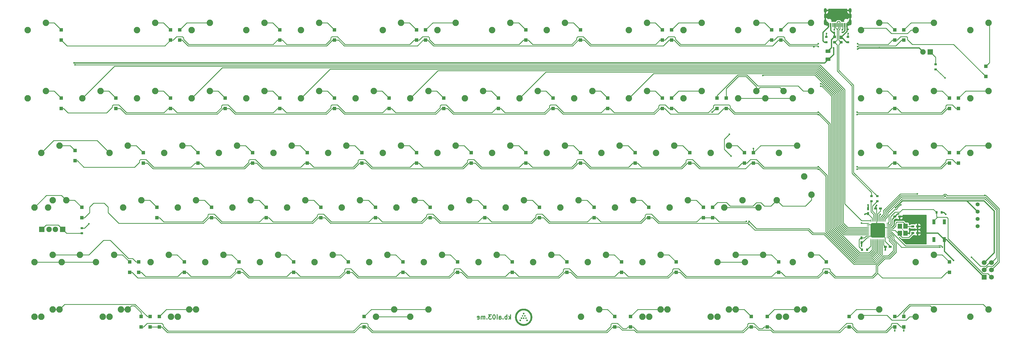
<source format=gbl>
G04 #@! TF.GenerationSoftware,KiCad,Pcbnew,(6.0.1-0)*
G04 #@! TF.CreationDate,2022-01-18T02:05:56+01:00*
G04 #@! TF.ProjectId,KBD8X-MK2,4b424438-582d-44d4-9b32-2e6b69636164,rev?*
G04 #@! TF.SameCoordinates,Original*
G04 #@! TF.FileFunction,Copper,L2,Bot*
G04 #@! TF.FilePolarity,Positive*
%FSLAX46Y46*%
G04 Gerber Fmt 4.6, Leading zero omitted, Abs format (unit mm)*
G04 Created by KiCad (PCBNEW (6.0.1-0)) date 2022-01-18 02:05:56*
%MOMM*%
%LPD*%
G01*
G04 APERTURE LIST*
G04 Aperture macros list*
%AMRoundRect*
0 Rectangle with rounded corners*
0 $1 Rounding radius*
0 $2 $3 $4 $5 $6 $7 $8 $9 X,Y pos of 4 corners*
0 Add a 4 corners polygon primitive as box body*
4,1,4,$2,$3,$4,$5,$6,$7,$8,$9,$2,$3,0*
0 Add four circle primitives for the rounded corners*
1,1,$1+$1,$2,$3*
1,1,$1+$1,$4,$5*
1,1,$1+$1,$6,$7*
1,1,$1+$1,$8,$9*
0 Add four rect primitives between the rounded corners*
20,1,$1+$1,$2,$3,$4,$5,0*
20,1,$1+$1,$4,$5,$6,$7,0*
20,1,$1+$1,$6,$7,$8,$9,0*
20,1,$1+$1,$8,$9,$2,$3,0*%
G04 Aperture macros list end*
%ADD10C,0.300000*%
G04 #@! TA.AperFunction,NonConductor*
%ADD11C,0.300000*%
G04 #@! TD*
G04 #@! TA.AperFunction,EtchedComponent*
%ADD12C,0.010000*%
G04 #@! TD*
G04 #@! TA.AperFunction,ComponentPad*
%ADD13C,2.250000*%
G04 #@! TD*
G04 #@! TA.AperFunction,ComponentPad*
%ADD14C,1.905000*%
G04 #@! TD*
G04 #@! TA.AperFunction,ComponentPad*
%ADD15R,1.905000X1.905000*%
G04 #@! TD*
G04 #@! TA.AperFunction,ComponentPad*
%ADD16C,1.397000*%
G04 #@! TD*
G04 #@! TA.AperFunction,SMDPad,CuDef*
%ADD17R,1.000000X1.200000*%
G04 #@! TD*
G04 #@! TA.AperFunction,SMDPad,CuDef*
%ADD18R,1.000000X0.900000*%
G04 #@! TD*
G04 #@! TA.AperFunction,SMDPad,CuDef*
%ADD19R,0.600000X1.450000*%
G04 #@! TD*
G04 #@! TA.AperFunction,SMDPad,CuDef*
%ADD20R,0.300000X1.450000*%
G04 #@! TD*
G04 #@! TA.AperFunction,ComponentPad*
%ADD21O,1.000000X1.600000*%
G04 #@! TD*
G04 #@! TA.AperFunction,ComponentPad*
%ADD22O,1.000000X2.100000*%
G04 #@! TD*
G04 #@! TA.AperFunction,ComponentPad*
%ADD23C,1.700000*%
G04 #@! TD*
G04 #@! TA.AperFunction,ComponentPad*
%ADD24R,1.700000X1.700000*%
G04 #@! TD*
G04 #@! TA.AperFunction,SMDPad,CuDef*
%ADD25R,1.100000X1.800000*%
G04 #@! TD*
G04 #@! TA.AperFunction,SMDPad,CuDef*
%ADD26R,1.000000X0.750000*%
G04 #@! TD*
G04 #@! TA.AperFunction,SMDPad,CuDef*
%ADD27R,0.750000X1.000000*%
G04 #@! TD*
G04 #@! TA.AperFunction,SMDPad,CuDef*
%ADD28R,1.200000X1.200000*%
G04 #@! TD*
G04 #@! TA.AperFunction,SMDPad,CuDef*
%ADD29RoundRect,0.250000X0.625000X-0.375000X0.625000X0.375000X-0.625000X0.375000X-0.625000X-0.375000X0*%
G04 #@! TD*
G04 #@! TA.AperFunction,SMDPad,CuDef*
%ADD30R,0.900000X0.800000*%
G04 #@! TD*
G04 #@! TA.AperFunction,SMDPad,CuDef*
%ADD31R,0.800000X0.900000*%
G04 #@! TD*
G04 #@! TA.AperFunction,SMDPad,CuDef*
%ADD32R,1.500000X1.700000*%
G04 #@! TD*
G04 #@! TA.AperFunction,SMDPad,CuDef*
%ADD33O,0.250000X1.000000*%
G04 #@! TD*
G04 #@! TA.AperFunction,SMDPad,CuDef*
%ADD34O,1.000000X0.250000*%
G04 #@! TD*
G04 #@! TA.AperFunction,SMDPad,CuDef*
%ADD35RoundRect,0.500000X-2.000000X2.000000X-2.000000X-2.000000X2.000000X-2.000000X2.000000X2.000000X0*%
G04 #@! TD*
G04 #@! TA.AperFunction,ViaPad*
%ADD36C,0.600000*%
G04 #@! TD*
G04 #@! TA.AperFunction,Conductor*
%ADD37C,0.254000*%
G04 #@! TD*
G04 #@! TA.AperFunction,Conductor*
%ADD38C,0.381000*%
G04 #@! TD*
G04 #@! TA.AperFunction,Conductor*
%ADD39C,0.203200*%
G04 #@! TD*
G04 APERTURE END LIST*
D10*
D11*
X298680000Y-253102321D02*
X298680000Y-251602321D01*
X298537142Y-252530892D02*
X298108571Y-253102321D01*
X298108571Y-252102321D02*
X298680000Y-252673750D01*
X297465714Y-253102321D02*
X297465714Y-251602321D01*
X297465714Y-252173750D02*
X297322857Y-252102321D01*
X297037142Y-252102321D01*
X296894285Y-252173750D01*
X296822857Y-252245178D01*
X296751428Y-252388035D01*
X296751428Y-252816607D01*
X296822857Y-252959464D01*
X296894285Y-253030892D01*
X297037142Y-253102321D01*
X297322857Y-253102321D01*
X297465714Y-253030892D01*
X296108571Y-252959464D02*
X296037142Y-253030892D01*
X296108571Y-253102321D01*
X296180000Y-253030892D01*
X296108571Y-252959464D01*
X296108571Y-253102321D01*
X294751428Y-253102321D02*
X294751428Y-252316607D01*
X294822857Y-252173750D01*
X294965714Y-252102321D01*
X295251428Y-252102321D01*
X295394285Y-252173750D01*
X294751428Y-253030892D02*
X294894285Y-253102321D01*
X295251428Y-253102321D01*
X295394285Y-253030892D01*
X295465714Y-252888035D01*
X295465714Y-252745178D01*
X295394285Y-252602321D01*
X295251428Y-252530892D01*
X294894285Y-252530892D01*
X294751428Y-252459464D01*
X294037142Y-253102321D02*
X294037142Y-252102321D01*
X294037142Y-251602321D02*
X294108571Y-251673750D01*
X294037142Y-251745178D01*
X293965714Y-251673750D01*
X294037142Y-251602321D01*
X294037142Y-251745178D01*
X293037142Y-251602321D02*
X292894285Y-251602321D01*
X292751428Y-251673750D01*
X292680000Y-251745178D01*
X292608571Y-251888035D01*
X292537142Y-252173750D01*
X292537142Y-252530892D01*
X292608571Y-252816607D01*
X292680000Y-252959464D01*
X292751428Y-253030892D01*
X292894285Y-253102321D01*
X293037142Y-253102321D01*
X293180000Y-253030892D01*
X293251428Y-252959464D01*
X293322857Y-252816607D01*
X293394285Y-252530892D01*
X293394285Y-252173750D01*
X293322857Y-251888035D01*
X293251428Y-251745178D01*
X293180000Y-251673750D01*
X293037142Y-251602321D01*
X292037142Y-251602321D02*
X291108571Y-251602321D01*
X291608571Y-252173750D01*
X291394285Y-252173750D01*
X291251428Y-252245178D01*
X291180000Y-252316607D01*
X291108571Y-252459464D01*
X291108571Y-252816607D01*
X291180000Y-252959464D01*
X291251428Y-253030892D01*
X291394285Y-253102321D01*
X291822857Y-253102321D01*
X291965714Y-253030892D01*
X292037142Y-252959464D01*
X290465714Y-252959464D02*
X290394285Y-253030892D01*
X290465714Y-253102321D01*
X290537142Y-253030892D01*
X290465714Y-252959464D01*
X290465714Y-253102321D01*
X289751428Y-253102321D02*
X289751428Y-252102321D01*
X289751428Y-252245178D02*
X289680000Y-252173750D01*
X289537142Y-252102321D01*
X289322857Y-252102321D01*
X289180000Y-252173750D01*
X289108571Y-252316607D01*
X289108571Y-253102321D01*
X289108571Y-252316607D02*
X289037142Y-252173750D01*
X288894285Y-252102321D01*
X288680000Y-252102321D01*
X288537142Y-252173750D01*
X288465714Y-252316607D01*
X288465714Y-253102321D01*
X287180000Y-253030892D02*
X287322857Y-253102321D01*
X287608571Y-253102321D01*
X287751428Y-253030892D01*
X287822857Y-252888035D01*
X287822857Y-252316607D01*
X287751428Y-252173750D01*
X287608571Y-252102321D01*
X287322857Y-252102321D01*
X287180000Y-252173750D01*
X287108571Y-252316607D01*
X287108571Y-252459464D01*
X287822857Y-252602321D01*
D12*
X301867625Y-253725500D02*
X302272437Y-253725500D01*
X302272437Y-253725500D02*
X302272437Y-253320688D01*
X302272437Y-253320688D02*
X301867625Y-253320688D01*
X301867625Y-253320688D02*
X301867625Y-253725500D01*
X301867625Y-253725500D02*
X301867625Y-253725500D01*
G36*
X302272437Y-253725500D02*
G01*
X301867625Y-253725500D01*
X301867625Y-253320688D01*
X302272437Y-253320688D01*
X302272437Y-253725500D01*
G37*
X302272437Y-253725500D02*
X301867625Y-253725500D01*
X301867625Y-253320688D01*
X302272437Y-253320688D01*
X302272437Y-253725500D01*
X303058250Y-252939688D02*
X303463062Y-252939688D01*
X303463062Y-252939688D02*
X303463062Y-252534875D01*
X303463062Y-252534875D02*
X303058250Y-252534875D01*
X303058250Y-252534875D02*
X303058250Y-252939688D01*
X303058250Y-252939688D02*
X303058250Y-252939688D01*
G36*
X303463062Y-252939688D02*
G01*
X303058250Y-252939688D01*
X303058250Y-252534875D01*
X303463062Y-252534875D01*
X303463062Y-252939688D01*
G37*
X303463062Y-252939688D02*
X303058250Y-252939688D01*
X303058250Y-252534875D01*
X303463062Y-252534875D01*
X303463062Y-252939688D01*
X303244781Y-249451795D02*
X303120663Y-249453165D01*
X303120663Y-249453165D02*
X303008951Y-249457322D01*
X303008951Y-249457322D02*
X302906358Y-249464669D01*
X302906358Y-249464669D02*
X302809594Y-249475610D01*
X302809594Y-249475610D02*
X302715372Y-249490548D01*
X302715372Y-249490548D02*
X302620403Y-249509887D01*
X302620403Y-249509887D02*
X302521399Y-249534031D01*
X302521399Y-249534031D02*
X302476120Y-249546168D01*
X302476120Y-249546168D02*
X302267573Y-249611406D01*
X302267573Y-249611406D02*
X302065485Y-249690742D01*
X302065485Y-249690742D02*
X301870622Y-249783778D01*
X301870622Y-249783778D02*
X301683751Y-249890118D01*
X301683751Y-249890118D02*
X301505636Y-250009366D01*
X301505636Y-250009366D02*
X301353490Y-250127367D01*
X301353490Y-250127367D02*
X301195822Y-250268092D01*
X301195822Y-250268092D02*
X301048485Y-250419537D01*
X301048485Y-250419537D02*
X300912164Y-250580635D01*
X300912164Y-250580635D02*
X300787542Y-250750317D01*
X300787542Y-250750317D02*
X300675303Y-250927516D01*
X300675303Y-250927516D02*
X300576130Y-251111166D01*
X300576130Y-251111166D02*
X300490708Y-251300197D01*
X300490708Y-251300197D02*
X300419720Y-251493543D01*
X300419720Y-251493543D02*
X300370966Y-251661553D01*
X300370966Y-251661553D02*
X300337895Y-251801539D01*
X300337895Y-251801539D02*
X300312535Y-251933475D01*
X300312535Y-251933475D02*
X300294143Y-252062747D01*
X300294143Y-252062747D02*
X300281975Y-252194743D01*
X300281975Y-252194743D02*
X300275289Y-252334850D01*
X300275289Y-252334850D02*
X300274636Y-252360250D01*
X300274636Y-252360250D02*
X300277355Y-252578547D01*
X300277355Y-252578547D02*
X300295550Y-252793330D01*
X300295550Y-252793330D02*
X300329215Y-253004571D01*
X300329215Y-253004571D02*
X300378344Y-253212239D01*
X300378344Y-253212239D02*
X300442931Y-253416305D01*
X300442931Y-253416305D02*
X300507128Y-253580237D01*
X300507128Y-253580237D02*
X300535211Y-253645502D01*
X300535211Y-253645502D02*
X300559273Y-253699660D01*
X300559273Y-253699660D02*
X300581142Y-253746363D01*
X300581142Y-253746363D02*
X300602643Y-253789263D01*
X300602643Y-253789263D02*
X300625604Y-253832013D01*
X300625604Y-253832013D02*
X300651850Y-253878265D01*
X300651850Y-253878265D02*
X300680975Y-253927906D01*
X300680975Y-253927906D02*
X300800194Y-254114177D01*
X300800194Y-254114177D02*
X300930298Y-254288903D01*
X300930298Y-254288903D02*
X301071421Y-254452215D01*
X301071421Y-254452215D02*
X301223695Y-254604246D01*
X301223695Y-254604246D02*
X301387253Y-254745130D01*
X301387253Y-254745130D02*
X301562226Y-254874998D01*
X301562226Y-254874998D02*
X301744594Y-254991525D01*
X301744594Y-254991525D02*
X301797423Y-255022494D01*
X301797423Y-255022494D02*
X301843336Y-255048471D01*
X301843336Y-255048471D02*
X301885985Y-255071281D01*
X301885985Y-255071281D02*
X301929022Y-255092751D01*
X301929022Y-255092751D02*
X301976099Y-255114707D01*
X301976099Y-255114707D02*
X302030869Y-255138975D01*
X302030869Y-255138975D02*
X302092263Y-255165372D01*
X302092263Y-255165372D02*
X302188496Y-255204919D01*
X302188496Y-255204919D02*
X302277214Y-255237958D01*
X302277214Y-255237958D02*
X302364328Y-255266445D01*
X302364328Y-255266445D02*
X302455752Y-255292339D01*
X302455752Y-255292339D02*
X302538344Y-255313072D01*
X302538344Y-255313072D02*
X302702860Y-255348626D01*
X302702860Y-255348626D02*
X302859955Y-255374303D01*
X302859955Y-255374303D02*
X303014183Y-255390643D01*
X303014183Y-255390643D02*
X303170101Y-255398186D01*
X303170101Y-255398186D02*
X303260656Y-255398763D01*
X303260656Y-255398763D02*
X303311875Y-255398248D01*
X303311875Y-255398248D02*
X303359996Y-255397543D01*
X303359996Y-255397543D02*
X303401876Y-255396710D01*
X303401876Y-255396710D02*
X303434372Y-255395813D01*
X303434372Y-255395813D02*
X303454340Y-255394915D01*
X303454340Y-255394915D02*
X303455125Y-255394859D01*
X303455125Y-255394859D02*
X303671299Y-255370907D01*
X303671299Y-255370907D02*
X303884056Y-255331920D01*
X303884056Y-255331920D02*
X304092537Y-255278217D01*
X304092537Y-255278217D02*
X304295882Y-255210113D01*
X304295882Y-255210113D02*
X304493234Y-255127926D01*
X304493234Y-255127926D02*
X304683732Y-255031975D01*
X304683732Y-255031975D02*
X304866518Y-254922576D01*
X304866518Y-254922576D02*
X305017474Y-254817546D01*
X305017474Y-254817546D02*
X305190401Y-254679199D01*
X305190401Y-254679199D02*
X305351085Y-254530838D01*
X305351085Y-254530838D02*
X305499299Y-254372789D01*
X305499299Y-254372789D02*
X305634821Y-254205382D01*
X305634821Y-254205382D02*
X305757426Y-254028944D01*
X305757426Y-254028944D02*
X305866889Y-253843802D01*
X305866889Y-253843802D02*
X305962987Y-253650285D01*
X305962987Y-253650285D02*
X306045494Y-253448721D01*
X306045494Y-253448721D02*
X306114187Y-253239438D01*
X306114187Y-253239438D02*
X306126332Y-253196380D01*
X306126332Y-253196380D02*
X306152698Y-253094585D01*
X306152698Y-253094585D02*
X306174083Y-252998261D01*
X306174083Y-252998261D02*
X306190891Y-252904117D01*
X306190891Y-252904117D02*
X306203525Y-252808867D01*
X306203525Y-252808867D02*
X306212390Y-252709220D01*
X306212390Y-252709220D02*
X306217888Y-252601890D01*
X306217888Y-252601890D02*
X306220424Y-252483586D01*
X306220424Y-252483586D02*
X306220705Y-252427719D01*
X306220705Y-252427719D02*
X306220030Y-252372358D01*
X306220030Y-252372358D02*
X305687956Y-252372358D01*
X305687956Y-252372358D02*
X305687853Y-252452496D01*
X305687853Y-252452496D02*
X305686187Y-252532160D01*
X305686187Y-252532160D02*
X305682991Y-252607287D01*
X305682991Y-252607287D02*
X305678294Y-252673810D01*
X305678294Y-252673810D02*
X305674574Y-252709500D01*
X305674574Y-252709500D02*
X305642700Y-252906798D01*
X305642700Y-252906798D02*
X305596049Y-253098413D01*
X305596049Y-253098413D02*
X305534799Y-253283972D01*
X305534799Y-253283972D02*
X305459131Y-253463099D01*
X305459131Y-253463099D02*
X305369223Y-253635419D01*
X305369223Y-253635419D02*
X305265256Y-253800559D01*
X305265256Y-253800559D02*
X305147409Y-253958143D01*
X305147409Y-253958143D02*
X305015862Y-254107797D01*
X305015862Y-254107797D02*
X304993526Y-254131010D01*
X304993526Y-254131010D02*
X304859292Y-254258084D01*
X304859292Y-254258084D02*
X304713590Y-254376020D01*
X304713590Y-254376020D02*
X304559119Y-254482840D01*
X304559119Y-254482840D02*
X304398581Y-254576566D01*
X304398581Y-254576566D02*
X304352792Y-254600254D01*
X304352792Y-254600254D02*
X304278384Y-254636903D01*
X304278384Y-254636903D02*
X304213143Y-254667122D01*
X304213143Y-254667122D02*
X304152646Y-254692690D01*
X304152646Y-254692690D02*
X304092472Y-254715384D01*
X304092472Y-254715384D02*
X304028199Y-254736983D01*
X304028199Y-254736983D02*
X303963125Y-254756977D01*
X303963125Y-254756977D02*
X303773912Y-254806390D01*
X303773912Y-254806390D02*
X303588161Y-254840841D01*
X303588161Y-254840841D02*
X303404423Y-254860464D01*
X303404423Y-254860464D02*
X303221247Y-254865392D01*
X303221247Y-254865392D02*
X303037186Y-254855761D01*
X303037186Y-254855761D02*
X302970644Y-254848781D01*
X302970644Y-254848781D02*
X302783312Y-254819837D01*
X302783312Y-254819837D02*
X302603731Y-254778028D01*
X302603731Y-254778028D02*
X302429393Y-254722604D01*
X302429393Y-254722604D02*
X302257791Y-254652814D01*
X302257791Y-254652814D02*
X302160834Y-254606616D01*
X302160834Y-254606616D02*
X301990202Y-254513197D01*
X301990202Y-254513197D02*
X301830786Y-254409462D01*
X301830786Y-254409462D02*
X301681828Y-254294724D01*
X301681828Y-254294724D02*
X301542571Y-254168300D01*
X301542571Y-254168300D02*
X301412256Y-254029504D01*
X301412256Y-254029504D02*
X301290126Y-253877653D01*
X301290126Y-253877653D02*
X301181858Y-253722009D01*
X301181858Y-253722009D02*
X301156732Y-253680818D01*
X301156732Y-253680818D02*
X301127409Y-253628690D01*
X301127409Y-253628690D02*
X301095709Y-253569246D01*
X301095709Y-253569246D02*
X301063451Y-253506106D01*
X301063451Y-253506106D02*
X301032457Y-253442890D01*
X301032457Y-253442890D02*
X301004544Y-253383217D01*
X301004544Y-253383217D02*
X300981535Y-253330707D01*
X300981535Y-253330707D02*
X300968097Y-253296875D01*
X300968097Y-253296875D02*
X300905230Y-253105334D01*
X300905230Y-253105334D02*
X300857834Y-252912595D01*
X300857834Y-252912595D02*
X300825950Y-252719200D01*
X300825950Y-252719200D02*
X300809620Y-252525690D01*
X300809620Y-252525690D02*
X300808882Y-252332607D01*
X300808882Y-252332607D02*
X300823778Y-252140492D01*
X300823778Y-252140492D02*
X300854348Y-251949886D01*
X300854348Y-251949886D02*
X300864151Y-251903844D01*
X300864151Y-251903844D02*
X300897800Y-251767551D01*
X300897800Y-251767551D02*
X300936108Y-251641368D01*
X300936108Y-251641368D02*
X300981046Y-251519757D01*
X300981046Y-251519757D02*
X301034587Y-251397182D01*
X301034587Y-251397182D02*
X301072246Y-251319708D01*
X301072246Y-251319708D02*
X301165951Y-251150860D01*
X301165951Y-251150860D02*
X301272776Y-250990423D01*
X301272776Y-250990423D02*
X301391952Y-250839118D01*
X301391952Y-250839118D02*
X301522713Y-250697664D01*
X301522713Y-250697664D02*
X301664290Y-250566781D01*
X301664290Y-250566781D02*
X301815916Y-250447190D01*
X301815916Y-250447190D02*
X301976823Y-250339610D01*
X301976823Y-250339610D02*
X302146243Y-250244761D01*
X302146243Y-250244761D02*
X302290425Y-250177230D01*
X302290425Y-250177230D02*
X302462053Y-250110835D01*
X302462053Y-250110835D02*
X302634607Y-250058837D01*
X302634607Y-250058837D02*
X302810094Y-250020828D01*
X302810094Y-250020828D02*
X302990524Y-249996401D01*
X302990524Y-249996401D02*
X303177905Y-249985147D01*
X303177905Y-249985147D02*
X303240812Y-249984257D01*
X303240812Y-249984257D02*
X303438907Y-249990627D01*
X303438907Y-249990627D02*
X303630535Y-250011272D01*
X303630535Y-250011272D02*
X303816469Y-250046423D01*
X303816469Y-250046423D02*
X303997485Y-250096317D01*
X303997485Y-250096317D02*
X304174356Y-250161185D01*
X304174356Y-250161185D02*
X304347856Y-250241263D01*
X304347856Y-250241263D02*
X304518759Y-250336785D01*
X304518759Y-250336785D02*
X304619456Y-250400994D01*
X304619456Y-250400994D02*
X304758889Y-250502522D01*
X304758889Y-250502522D02*
X304893087Y-250617028D01*
X304893087Y-250617028D02*
X305020409Y-250742589D01*
X305020409Y-250742589D02*
X305139215Y-250877281D01*
X305139215Y-250877281D02*
X305247864Y-251019181D01*
X305247864Y-251019181D02*
X305344715Y-251166365D01*
X305344715Y-251166365D02*
X305428128Y-251316911D01*
X305428128Y-251316911D02*
X305462924Y-251389830D01*
X305462924Y-251389830D02*
X305524327Y-251534689D01*
X305524327Y-251534689D02*
X305574558Y-251673928D01*
X305574558Y-251673928D02*
X305614815Y-251811876D01*
X305614815Y-251811876D02*
X305646294Y-251952864D01*
X305646294Y-251952864D02*
X305670194Y-252101221D01*
X305670194Y-252101221D02*
X305678595Y-252169750D01*
X305678595Y-252169750D02*
X305683358Y-252226920D01*
X305683358Y-252226920D02*
X305686468Y-252295811D01*
X305686468Y-252295811D02*
X305687956Y-252372358D01*
X305687956Y-252372358D02*
X306220030Y-252372358D01*
X306220030Y-252372358D02*
X306218960Y-252284723D01*
X306218960Y-252284723D02*
X306213086Y-252153856D01*
X306213086Y-252153856D02*
X306202512Y-252031775D01*
X306202512Y-252031775D02*
X306186665Y-251915135D01*
X306186665Y-251915135D02*
X306164973Y-251800594D01*
X306164973Y-251800594D02*
X306136863Y-251684809D01*
X306136863Y-251684809D02*
X306101764Y-251564437D01*
X306101764Y-251564437D02*
X306059103Y-251436134D01*
X306059103Y-251436134D02*
X306043409Y-251391875D01*
X306043409Y-251391875D02*
X305965024Y-251197156D01*
X305965024Y-251197156D02*
X305872184Y-251008822D01*
X305872184Y-251008822D02*
X305765078Y-250827135D01*
X305765078Y-250827135D02*
X305643898Y-250652358D01*
X305643898Y-250652358D02*
X305508833Y-250484753D01*
X305508833Y-250484753D02*
X305360076Y-250324583D01*
X305360076Y-250324583D02*
X305197817Y-250172110D01*
X305197817Y-250172110D02*
X305090979Y-250081929D01*
X305090979Y-250081929D02*
X305005150Y-250016436D01*
X305005150Y-250016436D02*
X304907611Y-249949110D01*
X304907611Y-249949110D02*
X304802002Y-249882162D01*
X304802002Y-249882162D02*
X304691964Y-249817805D01*
X304691964Y-249817805D02*
X304581137Y-249758250D01*
X304581137Y-249758250D02*
X304473161Y-249705708D01*
X304473161Y-249705708D02*
X304467156Y-249702965D01*
X304467156Y-249702965D02*
X304397196Y-249673092D01*
X304397196Y-249673092D02*
X304316015Y-249641706D01*
X304316015Y-249641706D02*
X304227983Y-249610286D01*
X304227983Y-249610286D02*
X304137471Y-249580312D01*
X304137471Y-249580312D02*
X304048849Y-249553261D01*
X304048849Y-249553261D02*
X303966486Y-249530614D01*
X303966486Y-249530614D02*
X303934600Y-249522721D01*
X303934600Y-249522721D02*
X303841375Y-249501953D01*
X303841375Y-249501953D02*
X303752401Y-249485293D01*
X303752401Y-249485293D02*
X303664397Y-249472402D01*
X303664397Y-249472402D02*
X303574081Y-249462945D01*
X303574081Y-249462945D02*
X303478172Y-249456582D01*
X303478172Y-249456582D02*
X303373390Y-249452978D01*
X303373390Y-249452978D02*
X303256455Y-249451794D01*
X303256455Y-249451794D02*
X303244781Y-249451795D01*
X303244781Y-249451795D02*
X303244781Y-249451795D01*
G36*
X306220424Y-252483586D02*
G01*
X306217888Y-252601890D01*
X306212390Y-252709220D01*
X306203525Y-252808867D01*
X306190891Y-252904117D01*
X306174083Y-252998261D01*
X306152698Y-253094585D01*
X306126332Y-253196380D01*
X306114187Y-253239438D01*
X306045494Y-253448721D01*
X305962987Y-253650285D01*
X305866889Y-253843802D01*
X305757426Y-254028944D01*
X305634821Y-254205382D01*
X305499299Y-254372789D01*
X305351085Y-254530838D01*
X305190401Y-254679199D01*
X305017474Y-254817546D01*
X304866518Y-254922576D01*
X304683732Y-255031975D01*
X304493234Y-255127926D01*
X304295882Y-255210113D01*
X304092537Y-255278217D01*
X303884056Y-255331920D01*
X303671299Y-255370907D01*
X303455125Y-255394859D01*
X303454340Y-255394915D01*
X303434372Y-255395813D01*
X303401876Y-255396710D01*
X303359996Y-255397543D01*
X303311875Y-255398248D01*
X303260656Y-255398763D01*
X303170101Y-255398186D01*
X303014183Y-255390643D01*
X302859955Y-255374303D01*
X302702860Y-255348626D01*
X302538344Y-255313072D01*
X302455752Y-255292339D01*
X302364328Y-255266445D01*
X302277214Y-255237958D01*
X302188496Y-255204919D01*
X302092263Y-255165372D01*
X302030869Y-255138975D01*
X301976099Y-255114707D01*
X301929022Y-255092751D01*
X301885985Y-255071281D01*
X301843336Y-255048471D01*
X301797423Y-255022494D01*
X301744594Y-254991525D01*
X301562226Y-254874998D01*
X301387253Y-254745130D01*
X301223695Y-254604246D01*
X301071421Y-254452215D01*
X300930298Y-254288903D01*
X300800194Y-254114177D01*
X300680975Y-253927906D01*
X300651850Y-253878265D01*
X300625604Y-253832013D01*
X300602643Y-253789263D01*
X300581142Y-253746363D01*
X300559273Y-253699660D01*
X300535211Y-253645502D01*
X300507128Y-253580237D01*
X300442931Y-253416305D01*
X300378344Y-253212239D01*
X300329215Y-253004571D01*
X300295550Y-252793330D01*
X300277355Y-252578547D01*
X300274636Y-252360250D01*
X300275289Y-252334850D01*
X300275396Y-252332607D01*
X300808882Y-252332607D01*
X300809620Y-252525690D01*
X300825950Y-252719200D01*
X300857834Y-252912595D01*
X300905230Y-253105334D01*
X300968097Y-253296875D01*
X300981535Y-253330707D01*
X301004544Y-253383217D01*
X301032457Y-253442890D01*
X301063451Y-253506106D01*
X301095709Y-253569246D01*
X301127409Y-253628690D01*
X301156732Y-253680818D01*
X301181858Y-253722009D01*
X301290126Y-253877653D01*
X301412256Y-254029504D01*
X301542571Y-254168300D01*
X301681828Y-254294724D01*
X301830786Y-254409462D01*
X301990202Y-254513197D01*
X302160834Y-254606616D01*
X302257791Y-254652814D01*
X302429393Y-254722604D01*
X302603731Y-254778028D01*
X302783312Y-254819837D01*
X302970644Y-254848781D01*
X303037186Y-254855761D01*
X303221247Y-254865392D01*
X303404423Y-254860464D01*
X303588161Y-254840841D01*
X303773912Y-254806390D01*
X303963125Y-254756977D01*
X304028199Y-254736983D01*
X304092472Y-254715384D01*
X304152646Y-254692690D01*
X304213143Y-254667122D01*
X304278384Y-254636903D01*
X304352792Y-254600254D01*
X304398581Y-254576566D01*
X304559119Y-254482840D01*
X304713590Y-254376020D01*
X304859292Y-254258084D01*
X304993526Y-254131010D01*
X305015862Y-254107797D01*
X305147409Y-253958143D01*
X305265256Y-253800559D01*
X305369223Y-253635419D01*
X305459131Y-253463099D01*
X305534799Y-253283972D01*
X305596049Y-253098413D01*
X305642700Y-252906798D01*
X305674574Y-252709500D01*
X305678294Y-252673810D01*
X305682991Y-252607287D01*
X305686187Y-252532160D01*
X305687853Y-252452496D01*
X305687956Y-252372358D01*
X305686468Y-252295811D01*
X305683358Y-252226920D01*
X305678595Y-252169750D01*
X305670194Y-252101221D01*
X305646294Y-251952864D01*
X305614815Y-251811876D01*
X305574558Y-251673928D01*
X305524327Y-251534689D01*
X305462924Y-251389830D01*
X305428128Y-251316911D01*
X305344715Y-251166365D01*
X305247864Y-251019181D01*
X305139215Y-250877281D01*
X305020409Y-250742589D01*
X304893087Y-250617028D01*
X304758889Y-250502522D01*
X304619456Y-250400994D01*
X304518759Y-250336785D01*
X304347856Y-250241263D01*
X304174356Y-250161185D01*
X303997485Y-250096317D01*
X303816469Y-250046423D01*
X303630535Y-250011272D01*
X303438907Y-249990627D01*
X303240812Y-249984257D01*
X303177905Y-249985147D01*
X302990524Y-249996401D01*
X302810094Y-250020828D01*
X302634607Y-250058837D01*
X302462053Y-250110835D01*
X302290425Y-250177230D01*
X302146243Y-250244761D01*
X301976823Y-250339610D01*
X301815916Y-250447190D01*
X301664290Y-250566781D01*
X301522713Y-250697664D01*
X301391952Y-250839118D01*
X301272776Y-250990423D01*
X301165951Y-251150860D01*
X301072246Y-251319708D01*
X301034587Y-251397182D01*
X300981046Y-251519757D01*
X300936108Y-251641368D01*
X300897800Y-251767551D01*
X300864151Y-251903844D01*
X300854348Y-251949886D01*
X300823778Y-252140492D01*
X300808882Y-252332607D01*
X300275396Y-252332607D01*
X300281975Y-252194743D01*
X300294143Y-252062747D01*
X300312535Y-251933475D01*
X300337895Y-251801539D01*
X300370966Y-251661553D01*
X300419720Y-251493543D01*
X300490708Y-251300197D01*
X300576130Y-251111166D01*
X300675303Y-250927516D01*
X300787542Y-250750317D01*
X300912164Y-250580635D01*
X301048485Y-250419537D01*
X301195822Y-250268092D01*
X301353490Y-250127367D01*
X301505636Y-250009366D01*
X301683751Y-249890118D01*
X301870622Y-249783778D01*
X302065485Y-249690742D01*
X302267573Y-249611406D01*
X302476120Y-249546168D01*
X302521399Y-249534031D01*
X302620403Y-249509887D01*
X302715372Y-249490548D01*
X302809594Y-249475610D01*
X302906358Y-249464669D01*
X303008951Y-249457322D01*
X303120663Y-249453165D01*
X303244781Y-249451795D01*
X303256455Y-249451794D01*
X303373390Y-249452978D01*
X303478172Y-249456582D01*
X303574081Y-249462945D01*
X303664397Y-249472402D01*
X303752401Y-249485293D01*
X303841375Y-249501953D01*
X303934600Y-249522721D01*
X303966486Y-249530614D01*
X304048849Y-249553261D01*
X304137471Y-249580312D01*
X304227983Y-249610286D01*
X304316015Y-249641706D01*
X304397196Y-249673092D01*
X304467156Y-249702965D01*
X304473161Y-249705708D01*
X304581137Y-249758250D01*
X304691964Y-249817805D01*
X304802002Y-249882162D01*
X304907611Y-249949110D01*
X305005150Y-250016436D01*
X305090979Y-250081929D01*
X305197817Y-250172110D01*
X305360076Y-250324583D01*
X305508833Y-250484753D01*
X305643898Y-250652358D01*
X305765078Y-250827135D01*
X305872184Y-251008822D01*
X305965024Y-251197156D01*
X306043409Y-251391875D01*
X306059103Y-251436134D01*
X306101764Y-251564437D01*
X306136863Y-251684809D01*
X306164973Y-251800594D01*
X306186665Y-251915135D01*
X306202512Y-252031775D01*
X306213086Y-252153856D01*
X306218960Y-252284723D01*
X306220030Y-252372358D01*
X306220705Y-252427719D01*
X306220424Y-252483586D01*
G37*
X306220424Y-252483586D02*
X306217888Y-252601890D01*
X306212390Y-252709220D01*
X306203525Y-252808867D01*
X306190891Y-252904117D01*
X306174083Y-252998261D01*
X306152698Y-253094585D01*
X306126332Y-253196380D01*
X306114187Y-253239438D01*
X306045494Y-253448721D01*
X305962987Y-253650285D01*
X305866889Y-253843802D01*
X305757426Y-254028944D01*
X305634821Y-254205382D01*
X305499299Y-254372789D01*
X305351085Y-254530838D01*
X305190401Y-254679199D01*
X305017474Y-254817546D01*
X304866518Y-254922576D01*
X304683732Y-255031975D01*
X304493234Y-255127926D01*
X304295882Y-255210113D01*
X304092537Y-255278217D01*
X303884056Y-255331920D01*
X303671299Y-255370907D01*
X303455125Y-255394859D01*
X303454340Y-255394915D01*
X303434372Y-255395813D01*
X303401876Y-255396710D01*
X303359996Y-255397543D01*
X303311875Y-255398248D01*
X303260656Y-255398763D01*
X303170101Y-255398186D01*
X303014183Y-255390643D01*
X302859955Y-255374303D01*
X302702860Y-255348626D01*
X302538344Y-255313072D01*
X302455752Y-255292339D01*
X302364328Y-255266445D01*
X302277214Y-255237958D01*
X302188496Y-255204919D01*
X302092263Y-255165372D01*
X302030869Y-255138975D01*
X301976099Y-255114707D01*
X301929022Y-255092751D01*
X301885985Y-255071281D01*
X301843336Y-255048471D01*
X301797423Y-255022494D01*
X301744594Y-254991525D01*
X301562226Y-254874998D01*
X301387253Y-254745130D01*
X301223695Y-254604246D01*
X301071421Y-254452215D01*
X300930298Y-254288903D01*
X300800194Y-254114177D01*
X300680975Y-253927906D01*
X300651850Y-253878265D01*
X300625604Y-253832013D01*
X300602643Y-253789263D01*
X300581142Y-253746363D01*
X300559273Y-253699660D01*
X300535211Y-253645502D01*
X300507128Y-253580237D01*
X300442931Y-253416305D01*
X300378344Y-253212239D01*
X300329215Y-253004571D01*
X300295550Y-252793330D01*
X300277355Y-252578547D01*
X300274636Y-252360250D01*
X300275289Y-252334850D01*
X300275396Y-252332607D01*
X300808882Y-252332607D01*
X300809620Y-252525690D01*
X300825950Y-252719200D01*
X300857834Y-252912595D01*
X300905230Y-253105334D01*
X300968097Y-253296875D01*
X300981535Y-253330707D01*
X301004544Y-253383217D01*
X301032457Y-253442890D01*
X301063451Y-253506106D01*
X301095709Y-253569246D01*
X301127409Y-253628690D01*
X301156732Y-253680818D01*
X301181858Y-253722009D01*
X301290126Y-253877653D01*
X301412256Y-254029504D01*
X301542571Y-254168300D01*
X301681828Y-254294724D01*
X301830786Y-254409462D01*
X301990202Y-254513197D01*
X302160834Y-254606616D01*
X302257791Y-254652814D01*
X302429393Y-254722604D01*
X302603731Y-254778028D01*
X302783312Y-254819837D01*
X302970644Y-254848781D01*
X303037186Y-254855761D01*
X303221247Y-254865392D01*
X303404423Y-254860464D01*
X303588161Y-254840841D01*
X303773912Y-254806390D01*
X303963125Y-254756977D01*
X304028199Y-254736983D01*
X304092472Y-254715384D01*
X304152646Y-254692690D01*
X304213143Y-254667122D01*
X304278384Y-254636903D01*
X304352792Y-254600254D01*
X304398581Y-254576566D01*
X304559119Y-254482840D01*
X304713590Y-254376020D01*
X304859292Y-254258084D01*
X304993526Y-254131010D01*
X305015862Y-254107797D01*
X305147409Y-253958143D01*
X305265256Y-253800559D01*
X305369223Y-253635419D01*
X305459131Y-253463099D01*
X305534799Y-253283972D01*
X305596049Y-253098413D01*
X305642700Y-252906798D01*
X305674574Y-252709500D01*
X305678294Y-252673810D01*
X305682991Y-252607287D01*
X305686187Y-252532160D01*
X305687853Y-252452496D01*
X305687956Y-252372358D01*
X305686468Y-252295811D01*
X305683358Y-252226920D01*
X305678595Y-252169750D01*
X305670194Y-252101221D01*
X305646294Y-251952864D01*
X305614815Y-251811876D01*
X305574558Y-251673928D01*
X305524327Y-251534689D01*
X305462924Y-251389830D01*
X305428128Y-251316911D01*
X305344715Y-251166365D01*
X305247864Y-251019181D01*
X305139215Y-250877281D01*
X305020409Y-250742589D01*
X304893087Y-250617028D01*
X304758889Y-250502522D01*
X304619456Y-250400994D01*
X304518759Y-250336785D01*
X304347856Y-250241263D01*
X304174356Y-250161185D01*
X303997485Y-250096317D01*
X303816469Y-250046423D01*
X303630535Y-250011272D01*
X303438907Y-249990627D01*
X303240812Y-249984257D01*
X303177905Y-249985147D01*
X302990524Y-249996401D01*
X302810094Y-250020828D01*
X302634607Y-250058837D01*
X302462053Y-250110835D01*
X302290425Y-250177230D01*
X302146243Y-250244761D01*
X301976823Y-250339610D01*
X301815916Y-250447190D01*
X301664290Y-250566781D01*
X301522713Y-250697664D01*
X301391952Y-250839118D01*
X301272776Y-250990423D01*
X301165951Y-251150860D01*
X301072246Y-251319708D01*
X301034587Y-251397182D01*
X300981046Y-251519757D01*
X300936108Y-251641368D01*
X300897800Y-251767551D01*
X300864151Y-251903844D01*
X300854348Y-251949886D01*
X300823778Y-252140492D01*
X300808882Y-252332607D01*
X300275396Y-252332607D01*
X300281975Y-252194743D01*
X300294143Y-252062747D01*
X300312535Y-251933475D01*
X300337895Y-251801539D01*
X300370966Y-251661553D01*
X300419720Y-251493543D01*
X300490708Y-251300197D01*
X300576130Y-251111166D01*
X300675303Y-250927516D01*
X300787542Y-250750317D01*
X300912164Y-250580635D01*
X301048485Y-250419537D01*
X301195822Y-250268092D01*
X301353490Y-250127367D01*
X301505636Y-250009366D01*
X301683751Y-249890118D01*
X301870622Y-249783778D01*
X302065485Y-249690742D01*
X302267573Y-249611406D01*
X302476120Y-249546168D01*
X302521399Y-249534031D01*
X302620403Y-249509887D01*
X302715372Y-249490548D01*
X302809594Y-249475610D01*
X302906358Y-249464669D01*
X303008951Y-249457322D01*
X303120663Y-249453165D01*
X303244781Y-249451795D01*
X303256455Y-249451794D01*
X303373390Y-249452978D01*
X303478172Y-249456582D01*
X303574081Y-249462945D01*
X303664397Y-249472402D01*
X303752401Y-249485293D01*
X303841375Y-249501953D01*
X303934600Y-249522721D01*
X303966486Y-249530614D01*
X304048849Y-249553261D01*
X304137471Y-249580312D01*
X304227983Y-249610286D01*
X304316015Y-249641706D01*
X304397196Y-249673092D01*
X304467156Y-249702965D01*
X304473161Y-249705708D01*
X304581137Y-249758250D01*
X304691964Y-249817805D01*
X304802002Y-249882162D01*
X304907611Y-249949110D01*
X305005150Y-250016436D01*
X305090979Y-250081929D01*
X305197817Y-250172110D01*
X305360076Y-250324583D01*
X305508833Y-250484753D01*
X305643898Y-250652358D01*
X305765078Y-250827135D01*
X305872184Y-251008822D01*
X305965024Y-251197156D01*
X306043409Y-251391875D01*
X306059103Y-251436134D01*
X306101764Y-251564437D01*
X306136863Y-251684809D01*
X306164973Y-251800594D01*
X306186665Y-251915135D01*
X306202512Y-252031775D01*
X306213086Y-252153856D01*
X306218960Y-252284723D01*
X306220030Y-252372358D01*
X306220705Y-252427719D01*
X306220424Y-252483586D01*
X303844062Y-252939688D02*
X304248875Y-252939688D01*
X304248875Y-252939688D02*
X304248875Y-252534875D01*
X304248875Y-252534875D02*
X303844062Y-252534875D01*
X303844062Y-252534875D02*
X303844062Y-252939688D01*
X303844062Y-252939688D02*
X303844062Y-252939688D01*
G36*
X304248875Y-252939688D02*
G01*
X303844062Y-252939688D01*
X303844062Y-252534875D01*
X304248875Y-252534875D01*
X304248875Y-252939688D01*
G37*
X304248875Y-252939688D02*
X303844062Y-252939688D01*
X303844062Y-252534875D01*
X304248875Y-252534875D01*
X304248875Y-252939688D01*
X303463062Y-252130063D02*
X303844062Y-252130063D01*
X303844062Y-252130063D02*
X303844062Y-251749063D01*
X303844062Y-251749063D02*
X303463062Y-251749063D01*
X303463062Y-251749063D02*
X303463062Y-252130063D01*
X303463062Y-252130063D02*
X303463062Y-252130063D01*
G36*
X303844062Y-252130063D02*
G01*
X303463062Y-252130063D01*
X303463062Y-251749063D01*
X303844062Y-251749063D01*
X303844062Y-252130063D01*
G37*
X303844062Y-252130063D02*
X303463062Y-252130063D01*
X303463062Y-251749063D01*
X303844062Y-251749063D01*
X303844062Y-252130063D01*
X302653437Y-252130063D02*
X303058250Y-252130063D01*
X303058250Y-252130063D02*
X303058250Y-251749063D01*
X303058250Y-251749063D02*
X302653437Y-251749063D01*
X302653437Y-251749063D02*
X302653437Y-252130063D01*
X302653437Y-252130063D02*
X302653437Y-252130063D01*
G36*
X303058250Y-252130063D02*
G01*
X302653437Y-252130063D01*
X302653437Y-251749063D01*
X303058250Y-251749063D01*
X303058250Y-252130063D01*
G37*
X303058250Y-252130063D02*
X302653437Y-252130063D01*
X302653437Y-251749063D01*
X303058250Y-251749063D01*
X303058250Y-252130063D01*
X303058250Y-251344250D02*
X303463062Y-251344250D01*
X303463062Y-251344250D02*
X303463062Y-250939438D01*
X303463062Y-250939438D02*
X303058250Y-250939438D01*
X303058250Y-250939438D02*
X303058250Y-251344250D01*
X303058250Y-251344250D02*
X303058250Y-251344250D01*
G36*
X303463062Y-251344250D02*
G01*
X303058250Y-251344250D01*
X303058250Y-250939438D01*
X303463062Y-250939438D01*
X303463062Y-251344250D01*
G37*
X303463062Y-251344250D02*
X303058250Y-251344250D01*
X303058250Y-250939438D01*
X303463062Y-250939438D01*
X303463062Y-251344250D01*
X302272437Y-252939688D02*
X302653437Y-252939688D01*
X302653437Y-252939688D02*
X302653437Y-252534875D01*
X302653437Y-252534875D02*
X302272437Y-252534875D01*
X302272437Y-252534875D02*
X302272437Y-252939688D01*
X302272437Y-252939688D02*
X302272437Y-252939688D01*
G36*
X302653437Y-252939688D02*
G01*
X302272437Y-252939688D01*
X302272437Y-252534875D01*
X302653437Y-252534875D01*
X302653437Y-252939688D01*
G37*
X302653437Y-252939688D02*
X302272437Y-252939688D01*
X302272437Y-252534875D01*
X302653437Y-252534875D01*
X302653437Y-252939688D01*
X304248875Y-253725500D02*
X304653687Y-253725500D01*
X304653687Y-253725500D02*
X304653687Y-253320688D01*
X304653687Y-253320688D02*
X304248875Y-253320688D01*
X304248875Y-253320688D02*
X304248875Y-253725500D01*
X304248875Y-253725500D02*
X304248875Y-253725500D01*
G36*
X304653687Y-253725500D02*
G01*
X304248875Y-253725500D01*
X304248875Y-253320688D01*
X304653687Y-253320688D01*
X304653687Y-253725500D01*
G37*
X304653687Y-253725500D02*
X304248875Y-253725500D01*
X304248875Y-253320688D01*
X304653687Y-253320688D01*
X304653687Y-253725500D01*
D13*
X325632500Y-233215000D03*
X331982500Y-230675000D03*
X306582500Y-233215000D03*
X312932500Y-230675000D03*
X149420000Y-176065000D03*
X155770000Y-173525000D03*
X168470000Y-176065000D03*
X174820000Y-173525000D03*
X187520000Y-176065000D03*
X193870000Y-173525000D03*
X206570000Y-176065000D03*
X212920000Y-173525000D03*
X225620000Y-176065000D03*
X231970000Y-173525000D03*
X244670000Y-176065000D03*
X251020000Y-173525000D03*
X263720000Y-176065000D03*
X270070000Y-173525000D03*
X301820000Y-176065000D03*
X308170000Y-173525000D03*
X320870000Y-176065000D03*
X327220000Y-173525000D03*
X354207500Y-214165000D03*
X360557500Y-211625000D03*
X339920000Y-176065000D03*
X346270000Y-173525000D03*
X344682500Y-233215000D03*
X351032500Y-230675000D03*
X335157500Y-214165000D03*
X341507500Y-211625000D03*
X358970000Y-176065000D03*
X365320000Y-173525000D03*
X349445000Y-195115000D03*
X355795000Y-192575000D03*
X392307500Y-195115000D03*
X398657500Y-192575000D03*
X373257500Y-214165000D03*
X379607500Y-211625000D03*
X368495000Y-195115000D03*
X374845000Y-192575000D03*
X130370000Y-176065000D03*
X136720000Y-173525000D03*
X163707500Y-214165000D03*
X170057500Y-211625000D03*
X249432500Y-233215000D03*
X255782500Y-230675000D03*
X387545000Y-176065000D03*
X393895000Y-173525000D03*
X378020000Y-176065000D03*
X384370000Y-173525000D03*
X397070000Y-176065000D03*
X403420000Y-173525000D03*
X211332500Y-233215000D03*
X217682500Y-230675000D03*
X137513750Y-214165000D03*
X143863750Y-211625000D03*
D14*
X140053750Y-221785000D03*
D15*
X142593750Y-221785000D03*
D13*
X132751250Y-214165000D03*
X139101250Y-211625000D03*
D14*
X137831250Y-221785000D03*
D15*
X135291250Y-221785000D03*
D13*
X201807500Y-214165000D03*
X208157500Y-211625000D03*
X420882500Y-195115000D03*
X427232500Y-192575000D03*
X439932500Y-252265000D03*
X446282500Y-249725000D03*
X197045000Y-195115000D03*
X203395000Y-192575000D03*
X130370000Y-152252500D03*
X136720000Y-149712500D03*
X220857500Y-214165000D03*
X227207500Y-211625000D03*
X168470000Y-152252500D03*
X174820000Y-149712500D03*
X187520000Y-152252500D03*
X193870000Y-149712500D03*
X206570000Y-152252500D03*
X212920000Y-149712500D03*
X225620000Y-152252500D03*
X231970000Y-149712500D03*
X254195000Y-152252500D03*
X260545000Y-149712500D03*
X273245000Y-152252500D03*
X279595000Y-149712500D03*
X292295000Y-152252500D03*
X298645000Y-149712500D03*
X311345000Y-152252500D03*
X317695000Y-149712500D03*
X339920000Y-152252500D03*
X346270000Y-149712500D03*
X358970000Y-152252500D03*
X365320000Y-149712500D03*
X378020000Y-152252500D03*
X384370000Y-149712500D03*
X397070000Y-152252500D03*
X403420000Y-149712500D03*
X239907500Y-214165000D03*
X246257500Y-211625000D03*
X258957500Y-214165000D03*
X265307500Y-211625000D03*
X439932500Y-176065000D03*
X446282500Y-173525000D03*
X292295000Y-195115000D03*
X298645000Y-192575000D03*
X420882500Y-176065000D03*
X427232500Y-173525000D03*
X278007500Y-214165000D03*
X284357500Y-211625000D03*
X297057500Y-214165000D03*
X303407500Y-211625000D03*
X316107500Y-214165000D03*
X322457500Y-211625000D03*
X180376250Y-252265000D03*
X186726250Y-249725000D03*
X182757500Y-252265000D03*
X189107500Y-249725000D03*
X132751250Y-252265000D03*
X139101250Y-249725000D03*
X135132500Y-252265000D03*
X141482500Y-249725000D03*
X420882500Y-252265000D03*
X427232500Y-249725000D03*
X156563750Y-252265000D03*
X162913750Y-249725000D03*
X158945000Y-252265000D03*
X165295000Y-249725000D03*
X142276250Y-233215000D03*
X148626250Y-230675000D03*
X132751250Y-233215000D03*
X139101250Y-230675000D03*
X154182500Y-233215000D03*
X160532500Y-230675000D03*
X287532500Y-233215000D03*
X293882500Y-230675000D03*
X268482500Y-233215000D03*
X274832500Y-230675000D03*
X311345000Y-195115000D03*
X317695000Y-192575000D03*
X330395000Y-195115000D03*
X336745000Y-192575000D03*
X458982500Y-152252500D03*
X465332500Y-149712500D03*
X458982500Y-195115000D03*
X465332500Y-192575000D03*
X458982500Y-176065000D03*
X465332500Y-173525000D03*
X420882500Y-152252500D03*
X427232500Y-149712500D03*
X158945000Y-195115000D03*
X165295000Y-192575000D03*
X216095000Y-195115000D03*
X222445000Y-192575000D03*
X323251250Y-252265000D03*
X329601250Y-249725000D03*
X344682500Y-252265000D03*
X351032500Y-249725000D03*
X394688750Y-252265000D03*
X401038750Y-249725000D03*
X392307500Y-252265000D03*
X398657500Y-249725000D03*
X385163750Y-214165000D03*
X391513750Y-211625000D03*
X347063750Y-252265000D03*
X353413750Y-249725000D03*
X368495000Y-252265000D03*
X374845000Y-249725000D03*
X370876250Y-252265000D03*
X377226250Y-249725000D03*
X380401250Y-233215000D03*
X386751250Y-230675000D03*
X370876250Y-233215000D03*
X377226250Y-230675000D03*
X397070000Y-233215000D03*
X403420000Y-230675000D03*
X458982500Y-252265000D03*
X465332500Y-249725000D03*
X182757500Y-214165000D03*
X189107500Y-211625000D03*
X251813750Y-252265000D03*
X258163750Y-249725000D03*
X263720000Y-252265000D03*
X270070000Y-249725000D03*
X235145000Y-195115000D03*
X241495000Y-192575000D03*
X273245000Y-195115000D03*
X279595000Y-192575000D03*
X439932500Y-233215000D03*
X446282500Y-230675000D03*
X230382500Y-233215000D03*
X236732500Y-230675000D03*
X177995000Y-195115000D03*
X184345000Y-192575000D03*
X192282500Y-233215000D03*
X198632500Y-230675000D03*
X254195000Y-195115000D03*
X260545000Y-192575000D03*
X173232500Y-233215000D03*
X179582500Y-230675000D03*
X401038750Y-203370000D03*
X403578750Y-209720000D03*
X282770000Y-176065000D03*
X289120000Y-173525000D03*
X135132500Y-195115000D03*
X141482500Y-192575000D03*
X439932500Y-152252500D03*
X446282500Y-149712500D03*
D14*
X442472500Y-159872500D03*
D15*
X445012500Y-159872500D03*
D16*
X461510000Y-220670000D03*
X461510000Y-218130000D03*
X461510000Y-215590000D03*
X461510000Y-213050000D03*
D13*
X439940000Y-195130000D03*
X446290000Y-192590000D03*
D17*
X413968000Y-154836250D03*
D18*
X413968000Y-156536250D03*
X411668000Y-156536250D03*
X411668000Y-154636250D03*
D19*
X409561250Y-150487125D03*
X410336250Y-150487125D03*
D20*
X411036250Y-150487125D03*
X411536250Y-150487125D03*
X412036250Y-150487125D03*
X412536250Y-150487125D03*
X413036250Y-150487125D03*
X413536250Y-150487125D03*
X414036250Y-150487125D03*
X414536250Y-150487125D03*
D19*
X415236250Y-150487125D03*
X416011250Y-150487125D03*
D21*
X408466250Y-145392125D03*
D22*
X417106250Y-149572125D03*
X408466250Y-149572125D03*
D21*
X417106250Y-145392125D03*
D23*
X466330000Y-233420000D03*
X463790000Y-233420000D03*
X466330000Y-235960000D03*
X463790000Y-235960000D03*
X466330000Y-238500000D03*
D24*
X463790000Y-238500000D03*
D25*
X449958125Y-225361250D03*
X446258125Y-219161250D03*
X446258125Y-225361250D03*
X449958125Y-219161250D03*
D26*
X427638000Y-214546000D03*
X425938000Y-214546000D03*
X438892000Y-220769000D03*
X440592000Y-220769000D03*
D27*
X423359000Y-214585000D03*
X423359000Y-216285000D03*
X421073000Y-224745000D03*
X421073000Y-226445000D03*
D26*
X434369000Y-217340000D03*
X432669000Y-217340000D03*
D28*
X142117500Y-155798750D03*
X142117500Y-152198750D03*
X180217500Y-155798750D03*
X180217500Y-152198750D03*
X183392500Y-155798750D03*
X183392500Y-152198750D03*
X218317500Y-155798750D03*
X218317500Y-152198750D03*
X265942500Y-155798750D03*
X265942500Y-152198750D03*
X269117500Y-155798750D03*
X269117500Y-152198750D03*
X304042500Y-155798750D03*
X304042500Y-152198750D03*
X323092500Y-155798750D03*
X323092500Y-152198750D03*
X351667500Y-155798750D03*
X351667500Y-152198750D03*
X354842500Y-155798750D03*
X354842500Y-152198750D03*
X389767500Y-155798750D03*
X389767500Y-152198750D03*
X392942500Y-155798750D03*
X392942500Y-152198750D03*
X165930000Y-236761250D03*
X165930000Y-233161250D03*
X142117500Y-179611250D03*
X142117500Y-176011250D03*
X161167500Y-179611250D03*
X161167500Y-176011250D03*
X180217500Y-179611250D03*
X180217500Y-176011250D03*
X199267500Y-179611250D03*
X199267500Y-176011250D03*
X218317500Y-179611250D03*
X218317500Y-176011250D03*
X237367500Y-179611250D03*
X237367500Y-176011250D03*
X256417500Y-179611250D03*
X256417500Y-176011250D03*
X275467500Y-179611250D03*
X275467500Y-176011250D03*
X294517500Y-179611250D03*
X294517500Y-176011250D03*
X313567500Y-179611250D03*
X313567500Y-176011250D03*
X332617500Y-179611250D03*
X332617500Y-176011250D03*
X351667500Y-179611250D03*
X351667500Y-176011250D03*
X354842500Y-179611250D03*
X354842500Y-176011250D03*
X373892500Y-179611250D03*
X373892500Y-176011250D03*
X370717500Y-179611250D03*
X370717500Y-176011250D03*
X146880000Y-197867500D03*
X146880000Y-194267500D03*
X170692500Y-198661250D03*
X170692500Y-195061250D03*
X189742500Y-198661250D03*
X189742500Y-195061250D03*
X208792500Y-198661250D03*
X208792500Y-195061250D03*
X227842500Y-198661250D03*
X227842500Y-195061250D03*
X246892500Y-198661250D03*
X246892500Y-195061250D03*
X265942500Y-198661250D03*
X265942500Y-195061250D03*
X284992500Y-198661250D03*
X284992500Y-195061250D03*
X304042500Y-198661250D03*
X304042500Y-195061250D03*
X323092500Y-198661250D03*
X323092500Y-195061250D03*
X342142500Y-198661250D03*
X342142500Y-195061250D03*
X361192500Y-198661250D03*
X361192500Y-195061250D03*
X380242500Y-198661250D03*
X380242500Y-195061250D03*
X383417500Y-198661250D03*
X383417500Y-195061250D03*
X149261250Y-217711250D03*
X149261250Y-214111250D03*
X175455000Y-217711250D03*
X175455000Y-214111250D03*
X194505000Y-217711250D03*
X194505000Y-214111250D03*
X213555000Y-217711250D03*
X213555000Y-214111250D03*
X232605000Y-217711250D03*
X232605000Y-214111250D03*
X251655000Y-217711250D03*
X251655000Y-214111250D03*
X270705000Y-217711250D03*
X270705000Y-214111250D03*
X289755000Y-217711250D03*
X289755000Y-214111250D03*
X308805000Y-217711250D03*
X308805000Y-214111250D03*
X327855000Y-217711250D03*
X327855000Y-214111250D03*
X346905000Y-217711250D03*
X346905000Y-214111250D03*
X365955000Y-217711250D03*
X365955000Y-214111250D03*
X369130000Y-217711250D03*
X369130000Y-214111250D03*
X408817500Y-236761250D03*
X408817500Y-233161250D03*
X169105000Y-236761250D03*
X169105000Y-233161250D03*
X184980000Y-236761250D03*
X184980000Y-233161250D03*
X204030000Y-236761250D03*
X204030000Y-233161250D03*
X223080000Y-236761250D03*
X223080000Y-233161250D03*
X242130000Y-236761250D03*
X242130000Y-233161250D03*
X261180000Y-236761250D03*
X261180000Y-233161250D03*
X280230000Y-236761250D03*
X280230000Y-233161250D03*
X299280000Y-236761250D03*
X299280000Y-233161250D03*
X318330000Y-236761250D03*
X318330000Y-233161250D03*
X337380000Y-236761250D03*
X337380000Y-233161250D03*
X356430000Y-236761250D03*
X356430000Y-233161250D03*
X392148750Y-236761250D03*
X392148750Y-233161250D03*
X382623750Y-255811250D03*
X382623750Y-252211250D03*
X388180000Y-255811250D03*
X388180000Y-252211250D03*
X173073750Y-255811250D03*
X173073750Y-252211250D03*
X169898750Y-255811250D03*
X169898750Y-252211250D03*
X176248750Y-255811250D03*
X176248750Y-252211250D03*
X247686250Y-255811250D03*
X247686250Y-252211250D03*
X334998750Y-255811250D03*
X334998750Y-252211250D03*
X340555000Y-255811250D03*
X340555000Y-252211250D03*
X432630000Y-155798750D03*
X432630000Y-152198750D03*
X435805000Y-155798750D03*
X435805000Y-152198750D03*
X464380000Y-168498750D03*
X464380000Y-164898750D03*
X432630000Y-179611250D03*
X432630000Y-176011250D03*
X451680000Y-179611250D03*
X451680000Y-176011250D03*
X454855000Y-179611250D03*
X454855000Y-176011250D03*
X432630000Y-198661250D03*
X432630000Y-195061250D03*
X451680000Y-198661250D03*
X451680000Y-195061250D03*
X454855000Y-198661250D03*
X454855000Y-195061250D03*
X451680000Y-236761250D03*
X451680000Y-233161250D03*
X416755000Y-255811250D03*
X416755000Y-252211250D03*
X435805000Y-255811250D03*
X435805000Y-252211250D03*
X432630000Y-255811250D03*
X432630000Y-252211250D03*
D29*
X409389000Y-162479000D03*
X409389000Y-159679000D03*
D30*
X446917500Y-166011250D03*
X446917500Y-164211250D03*
X149261250Y-223161250D03*
X149261250Y-221361250D03*
X424502000Y-212017000D03*
X424502000Y-210217000D03*
X426534000Y-210217000D03*
X426534000Y-212017000D03*
D31*
X449008125Y-215911250D03*
X447208125Y-215911250D03*
X422989000Y-228897000D03*
X421189000Y-228897000D03*
D30*
X416358125Y-156486250D03*
X416358125Y-154686250D03*
D32*
X434424000Y-223162000D03*
X434424000Y-220662000D03*
X436424000Y-220662000D03*
X436424000Y-223162000D03*
D26*
X438892000Y-223055000D03*
X440592000Y-223055000D03*
D33*
X424272125Y-218750125D03*
X424772125Y-218750125D03*
X425272125Y-218750125D03*
X425772125Y-218750125D03*
X426272125Y-218750125D03*
X426772125Y-218750125D03*
X427272125Y-218750125D03*
X427772125Y-218750125D03*
X428272125Y-218750125D03*
X428772125Y-218750125D03*
X429272125Y-218750125D03*
D34*
X430172125Y-219650125D03*
X430172125Y-220150125D03*
X430172125Y-220650125D03*
X430172125Y-221150125D03*
X430172125Y-221650125D03*
X430172125Y-222150125D03*
X430172125Y-222650125D03*
X430172125Y-223150125D03*
X430172125Y-223650125D03*
X430172125Y-224150125D03*
X430172125Y-224650125D03*
D33*
X429272125Y-225550125D03*
X428772125Y-225550125D03*
X428272125Y-225550125D03*
X427772125Y-225550125D03*
X427272125Y-225550125D03*
X426772125Y-225550125D03*
X426272125Y-225550125D03*
X425772125Y-225550125D03*
X425272125Y-225550125D03*
X424772125Y-225550125D03*
X424272125Y-225550125D03*
D34*
X423372125Y-224650125D03*
X423372125Y-224150125D03*
X423372125Y-223650125D03*
X423372125Y-223150125D03*
X423372125Y-222650125D03*
X423372125Y-222150125D03*
X423372125Y-221650125D03*
X423372125Y-221150125D03*
X423372125Y-220650125D03*
X423372125Y-220150125D03*
X423372125Y-219650125D03*
D35*
X426772125Y-222150125D03*
D28*
X237367500Y-155798750D03*
X237367500Y-152198750D03*
D26*
X431067000Y-227881000D03*
X429367000Y-227881000D03*
D30*
X408817500Y-156486250D03*
X408817500Y-154686250D03*
D36*
X429328000Y-229024000D03*
X411320000Y-158490000D03*
X422216000Y-216578000D03*
X432895805Y-214245805D03*
X421073000Y-219626000D03*
X427330000Y-158500000D03*
X434030000Y-216410000D03*
X419670000Y-158910000D03*
X450410000Y-216578000D03*
X427550000Y-216578000D03*
X421073000Y-227627000D03*
X146578471Y-163692890D03*
X423359000Y-213276000D03*
X426280000Y-213403000D03*
X453180000Y-232610700D03*
X416374000Y-152062000D03*
X405960000Y-157015000D03*
X406849000Y-170985000D03*
X419676000Y-157015000D03*
X419549000Y-199941000D03*
X405960000Y-199941000D03*
X404436000Y-158158000D03*
X405960000Y-158031000D03*
X419676000Y-158031000D03*
X406849000Y-171874000D03*
X405960000Y-181780000D03*
X419549000Y-181780000D03*
X405960000Y-180891000D03*
X419549000Y-180891000D03*
X383354000Y-193591000D03*
X419549000Y-200830000D03*
X405960000Y-200830000D03*
X411548000Y-153078000D03*
X414342000Y-153078000D03*
X386700000Y-168090000D03*
X440520000Y-209430000D03*
X464060000Y-209985700D03*
X411548000Y-152189000D03*
X408881000Y-153459000D03*
X414342000Y-152189000D03*
X416374000Y-153459000D03*
X450190000Y-210140000D03*
X450186700Y-168960000D03*
X146940000Y-164381000D03*
X151706000Y-219880000D03*
X374972000Y-188638000D03*
X369003000Y-180891000D03*
X381830000Y-218991000D03*
X375590000Y-196230000D03*
X381813108Y-219989503D03*
X380941000Y-218991000D03*
X459450000Y-231555700D03*
X432630000Y-257218000D03*
X434742207Y-213272207D03*
X435810000Y-257220000D03*
X448430008Y-228014300D03*
X449290325Y-228015700D03*
D37*
X431741000Y-218268000D02*
X431868000Y-218141000D01*
X428772125Y-227286125D02*
X429367000Y-227881000D01*
D38*
X467310000Y-215350000D02*
X467310000Y-229900000D01*
D37*
X423372125Y-224650125D02*
X423033875Y-224650125D01*
D38*
X432895805Y-214174195D02*
X435260000Y-211810000D01*
X411320000Y-160728000D02*
X411320000Y-158490000D01*
D37*
X424772125Y-218750125D02*
X424772125Y-217864125D01*
D38*
X433599000Y-216410000D02*
X432669000Y-217340000D01*
D37*
X421097125Y-219650125D02*
X421073000Y-219626000D01*
D38*
X429367000Y-228985000D02*
X429328000Y-229024000D01*
X434030000Y-216410000D02*
X433599000Y-216410000D01*
X463770000Y-211810000D02*
X467310000Y-215350000D01*
D37*
X421239000Y-226445000D02*
X421073000Y-226445000D01*
D38*
X467310000Y-229900000D02*
X463790000Y-233420000D01*
X419670000Y-158910000D02*
X419741428Y-158910000D01*
X429367000Y-227881000D02*
X429367000Y-228985000D01*
X420151428Y-158500000D02*
X441100000Y-158500000D01*
D37*
X423372125Y-219650125D02*
X421097125Y-219650125D01*
D38*
X432895805Y-214245805D02*
X432895805Y-214174195D01*
D37*
X423033875Y-224650125D02*
X421239000Y-226445000D01*
D38*
X457730000Y-211810000D02*
X461510000Y-215590000D01*
D37*
X423359000Y-216451000D02*
X423359000Y-216285000D01*
D38*
X409445000Y-162603000D02*
X409389000Y-162659000D01*
X421073000Y-226445000D02*
X421073000Y-227627000D01*
X408178000Y-163690000D02*
X409389000Y-162479000D01*
X409079000Y-162349000D02*
X409389000Y-162659000D01*
X432669000Y-217340000D02*
X431868000Y-218141000D01*
X409389000Y-162659000D02*
X411320000Y-160728000D01*
X435260000Y-211810000D02*
X457730000Y-211810000D01*
X422509000Y-216285000D02*
X422216000Y-216578000D01*
X457710000Y-211810000D02*
X463770000Y-211810000D01*
D37*
X428772125Y-225550125D02*
X428772125Y-227286125D01*
X430172125Y-220650125D02*
X431224875Y-220650125D01*
X431741000Y-220134000D02*
X431741000Y-219372000D01*
D38*
X146581361Y-163690000D02*
X408178000Y-163690000D01*
D37*
X427272125Y-216855875D02*
X427550000Y-216578000D01*
D38*
X441100000Y-158500000D02*
X442472500Y-159872500D01*
X449008125Y-215911250D02*
X449743250Y-215911250D01*
D37*
X431741000Y-219372000D02*
X431741000Y-218268000D01*
D38*
X449743250Y-215911250D02*
X450410000Y-216578000D01*
X423359000Y-216285000D02*
X422509000Y-216285000D01*
X419741428Y-158910000D02*
X420151428Y-158500000D01*
X146578471Y-163692890D02*
X146581361Y-163690000D01*
D37*
X431224875Y-220650125D02*
X431741000Y-220134000D01*
X424772125Y-217864125D02*
X423359000Y-216451000D01*
X427272125Y-218750125D02*
X427272125Y-216855875D01*
X426772125Y-216681875D02*
X426772125Y-218750125D01*
X427638000Y-214546000D02*
X427638000Y-215458125D01*
X426772125Y-216324000D02*
X426772125Y-216681875D01*
X427638000Y-215458125D02*
X426772125Y-216324000D01*
D38*
X416926250Y-149572125D02*
X416011250Y-150487125D01*
X449958125Y-229388825D02*
X449958125Y-225361250D01*
X407611000Y-155999000D02*
X408098250Y-156486250D01*
D37*
X426272125Y-221650125D02*
X426772125Y-222150125D01*
X421189000Y-228897000D02*
X421189000Y-228886000D01*
D38*
X432376000Y-220388000D02*
X432376000Y-218737000D01*
X436424000Y-223162000D02*
X437603000Y-223162000D01*
X409561250Y-150487125D02*
X409561250Y-151127750D01*
X440592000Y-223055000D02*
X447651875Y-223055000D01*
D37*
X427772125Y-221150125D02*
X426772125Y-222150125D01*
D38*
X439107000Y-218610000D02*
X433900000Y-218610000D01*
X425938000Y-213745000D02*
X426280000Y-213403000D01*
X408881000Y-151808000D02*
X407611000Y-153078000D01*
X463790000Y-238500000D02*
X450651250Y-225361250D01*
D37*
X430172125Y-221150125D02*
X431613875Y-221150125D01*
D38*
X432376000Y-218737000D02*
X432503000Y-218610000D01*
X425938000Y-214546000D02*
X425938000Y-213745000D01*
D37*
X426272125Y-218750125D02*
X426272125Y-221650125D01*
D38*
X416011250Y-152678750D02*
X413968000Y-154722000D01*
X416011250Y-152062000D02*
X416011250Y-152678750D01*
D37*
X429272125Y-224650125D02*
X426772125Y-222150125D01*
X430172125Y-221150125D02*
X427772125Y-221150125D01*
D38*
X409561250Y-151000750D02*
X409561250Y-150487125D01*
X408098250Y-156486250D02*
X408817500Y-156486250D01*
X414195250Y-154836250D02*
X415845250Y-156486250D01*
X447651875Y-223055000D02*
X449958125Y-225361250D01*
X450651250Y-225361250D02*
X449958125Y-225361250D01*
X417106250Y-145392125D02*
X417106250Y-149572125D01*
D37*
X436424000Y-222912000D02*
X436424000Y-223162000D01*
D38*
X416374000Y-152062000D02*
X416011250Y-152062000D01*
X440592000Y-220769000D02*
X440592000Y-219714000D01*
X453180000Y-232610700D02*
X449958125Y-229388825D01*
D37*
X429272125Y-225550125D02*
X429272125Y-224650125D01*
X423372125Y-224150125D02*
X424772125Y-224150125D01*
D38*
X433011000Y-218610000D02*
X433900000Y-218610000D01*
X440592000Y-220769000D02*
X440592000Y-221912000D01*
D39*
X434424000Y-220912000D02*
X436424000Y-222912000D01*
D38*
X413968000Y-154836250D02*
X414195250Y-154836250D01*
D37*
X420184000Y-225341000D02*
X420780000Y-224745000D01*
D38*
X413968000Y-154722000D02*
X413968000Y-154836250D01*
X432249000Y-220515000D02*
X432376000Y-220388000D01*
X432503000Y-218610000D02*
X433011000Y-218610000D01*
D37*
X429272125Y-225550125D02*
X429272125Y-225920125D01*
D38*
X437603000Y-223162000D02*
X437837000Y-222928000D01*
X408646250Y-149572125D02*
X409561250Y-150487125D01*
D37*
X426272125Y-218750125D02*
X426272125Y-214880125D01*
X431741000Y-221023000D02*
X432249000Y-220515000D01*
D38*
X438091000Y-221912000D02*
X437837000Y-222166000D01*
X440592000Y-219714000D02*
X439488000Y-218610000D01*
X434369000Y-218141000D02*
X433900000Y-218610000D01*
D37*
X434424000Y-220662000D02*
X434424000Y-220912000D01*
D38*
X408466250Y-149572125D02*
X408466250Y-145392125D01*
X434369000Y-217340000D02*
X434369000Y-218141000D01*
D37*
X423372125Y-220150125D02*
X424772125Y-220150125D01*
X423372125Y-224150125D02*
X422644875Y-224150125D01*
X429272125Y-225920125D02*
X431067000Y-227715000D01*
X424772125Y-220150125D02*
X426772125Y-222150125D01*
D38*
X408466250Y-149572125D02*
X408646250Y-149572125D01*
D37*
X420780000Y-224745000D02*
X421073000Y-224745000D01*
D38*
X437837000Y-222166000D02*
X437837000Y-222928000D01*
D37*
X424772125Y-224150125D02*
X426772125Y-222150125D01*
D38*
X408466250Y-145392125D02*
X417106250Y-145392125D01*
D37*
X426272125Y-214880125D02*
X425938000Y-214546000D01*
D38*
X407611000Y-153078000D02*
X407611000Y-155999000D01*
X417106250Y-149572125D02*
X416926250Y-149572125D01*
D37*
X422050000Y-224745000D02*
X421073000Y-224745000D01*
X420184000Y-227881000D02*
X420184000Y-225341000D01*
X422644875Y-224150125D02*
X422050000Y-224745000D01*
D38*
X416011250Y-150487125D02*
X416011250Y-152062000D01*
X409008000Y-151681000D02*
X408881000Y-151808000D01*
X409561250Y-151127750D02*
X409008000Y-151681000D01*
X432376000Y-220388000D02*
X431741000Y-221023000D01*
X415845250Y-156486250D02*
X416358125Y-156486250D01*
X440592000Y-221912000D02*
X440592000Y-223055000D01*
X439488000Y-218610000D02*
X439107000Y-218610000D01*
D37*
X431613875Y-221150125D02*
X431741000Y-221023000D01*
D38*
X423359000Y-214585000D02*
X423359000Y-213276000D01*
X440592000Y-221912000D02*
X438091000Y-221912000D01*
D37*
X431067000Y-227715000D02*
X431067000Y-227881000D01*
X421189000Y-228886000D02*
X420184000Y-227881000D01*
X430172125Y-222150125D02*
X432757000Y-222150125D01*
X437583000Y-224579000D02*
X438892000Y-223270000D01*
X434424000Y-223833000D02*
X435170000Y-224579000D01*
X435170000Y-224579000D02*
X437583000Y-224579000D01*
X434424000Y-223162000D02*
X433768875Y-223162000D01*
X438892000Y-223270000D02*
X438892000Y-223055000D01*
X434424000Y-223162000D02*
X434424000Y-223833000D01*
X433768875Y-223162000D02*
X432757000Y-222150125D01*
X436531000Y-220769000D02*
X436424000Y-220662000D01*
X435551000Y-219245000D02*
X433328500Y-219245000D01*
X438892000Y-220769000D02*
X436531000Y-220769000D01*
X432002875Y-221650125D02*
X430172125Y-221650125D01*
X433328500Y-219245000D02*
X433011000Y-219562500D01*
X436424000Y-220662000D02*
X436424000Y-220118000D01*
X433011000Y-220642000D02*
X432002875Y-221650125D01*
X433011000Y-219562500D02*
X433011000Y-220642000D01*
X436424000Y-220118000D02*
X435551000Y-219245000D01*
X423372125Y-221150125D02*
X416247125Y-221150125D01*
X154627000Y-190797000D02*
X139450500Y-190797000D01*
X139450500Y-190797000D02*
X135132500Y-195115000D01*
X414723000Y-173271000D02*
X406341000Y-164889000D01*
X406341000Y-164889000D02*
X160596000Y-164889000D01*
X160596000Y-164889000D02*
X149420000Y-176065000D01*
X414723000Y-219626000D02*
X414723000Y-173271000D01*
X158945000Y-195115000D02*
X154627000Y-190797000D01*
X154182500Y-233215000D02*
X142276250Y-233215000D01*
X416247125Y-221150125D02*
X414723000Y-219626000D01*
X142276250Y-233215000D02*
X132751250Y-233215000D01*
X411167000Y-221404000D02*
X420184000Y-230421000D01*
X268038000Y-154602000D02*
X266841250Y-155798750D01*
X425272125Y-229151000D02*
X425272125Y-225550125D01*
X326712000Y-157269000D02*
X349318000Y-157269000D01*
X405706000Y-157269000D02*
X405960000Y-157015000D01*
X142117500Y-155798750D02*
X144095750Y-157777000D01*
X144095750Y-157777000D02*
X178239250Y-157777000D01*
X464380000Y-168498750D02*
X453150250Y-157269000D01*
X220667000Y-157269000D02*
X219196750Y-155798750D01*
X236034000Y-155618000D02*
X234383000Y-157269000D01*
X419930000Y-157269000D02*
X430344000Y-157269000D01*
X236034000Y-154983000D02*
X236034000Y-155618000D01*
X393895000Y-154602000D02*
X394276000Y-154983000D01*
X238320000Y-154602000D02*
X236415000Y-154602000D01*
X304042500Y-155798750D02*
X304921750Y-155798750D01*
X356176000Y-155491000D02*
X357954000Y-157269000D01*
X184345000Y-154602000D02*
X182313000Y-154602000D01*
X391863000Y-154602000D02*
X393895000Y-154602000D01*
X437075000Y-154856000D02*
X436821000Y-154602000D01*
X320108000Y-157269000D02*
X321759000Y-155618000D01*
X387418000Y-157269000D02*
X388888250Y-155798750D01*
X351667500Y-155798750D02*
X352566250Y-155798750D01*
X263593000Y-157269000D02*
X240987000Y-157269000D01*
X396054000Y-157269000D02*
X405706000Y-157269000D01*
X411167000Y-175049000D02*
X411167000Y-221404000D01*
X234383000Y-157269000D02*
X220667000Y-157269000D01*
X389767500Y-155798750D02*
X390666250Y-155798750D01*
X349318000Y-157269000D02*
X350788250Y-155798750D01*
X215968000Y-157269000D02*
X186504000Y-157269000D01*
X355795000Y-154602000D02*
X356176000Y-154983000D01*
X420184000Y-230421000D02*
X424002125Y-230421000D01*
X322140000Y-154602000D02*
X324045000Y-154602000D01*
X265942500Y-155798750D02*
X265063250Y-155798750D01*
X350788250Y-155798750D02*
X351667500Y-155798750D01*
X301693000Y-157269000D02*
X272102000Y-157269000D01*
X266841250Y-155798750D02*
X265942500Y-155798750D01*
X304042500Y-155798750D02*
X303163250Y-155798750D01*
X388888250Y-155798750D02*
X389767500Y-155798750D01*
X184726000Y-154983000D02*
X184345000Y-154602000D01*
X437075000Y-155618000D02*
X437075000Y-154856000D01*
X181116250Y-155798750D02*
X180217500Y-155798750D01*
X240987000Y-157269000D02*
X238320000Y-154602000D01*
X352566250Y-155798750D02*
X353763000Y-154602000D01*
X178239250Y-157777000D02*
X180217500Y-155798750D01*
X219196750Y-155798750D02*
X218317500Y-155798750D01*
X217438250Y-155798750D02*
X215968000Y-157269000D01*
X436821000Y-154602000D02*
X434715750Y-154602000D01*
X406849000Y-170985000D02*
X407103000Y-170985000D01*
X438726000Y-157269000D02*
X437075000Y-155618000D01*
X321759000Y-154983000D02*
X322140000Y-154602000D01*
X303163250Y-155798750D02*
X301693000Y-157269000D01*
X353763000Y-154602000D02*
X355795000Y-154602000D01*
X186504000Y-157269000D02*
X184726000Y-155491000D01*
X394276000Y-154983000D02*
X394276000Y-155491000D01*
X265063250Y-155798750D02*
X263593000Y-157269000D01*
X321759000Y-155618000D02*
X321759000Y-154983000D01*
X236415000Y-154602000D02*
X236034000Y-154983000D01*
X270451000Y-154983000D02*
X270070000Y-154602000D01*
X394276000Y-155491000D02*
X396054000Y-157269000D01*
X270070000Y-154602000D02*
X268038000Y-154602000D01*
X324045000Y-154602000D02*
X326712000Y-157269000D01*
X357954000Y-157269000D02*
X387418000Y-157269000D01*
X419676000Y-157015000D02*
X419930000Y-157269000D01*
X182313000Y-154602000D02*
X181116250Y-155798750D01*
X453150250Y-157269000D02*
X438726000Y-157269000D01*
X433519000Y-155798750D02*
X432630000Y-155798750D01*
X431814250Y-155798750D02*
X430344000Y-157269000D01*
X306392000Y-157269000D02*
X320108000Y-157269000D01*
X432630000Y-155798750D02*
X431814250Y-155798750D01*
X434715750Y-154602000D02*
X433519000Y-155798750D01*
X272102000Y-157269000D02*
X270451000Y-155618000D01*
X270451000Y-155618000D02*
X270451000Y-154983000D01*
X218317500Y-155798750D02*
X217438250Y-155798750D01*
X304921750Y-155798750D02*
X306392000Y-157269000D01*
X390666250Y-155798750D02*
X391863000Y-154602000D01*
X356176000Y-154983000D02*
X356176000Y-155491000D01*
X184726000Y-155491000D02*
X184726000Y-154983000D01*
X407103000Y-170985000D02*
X411167000Y-175049000D01*
X424002125Y-230421000D02*
X425272125Y-229151000D01*
X136720000Y-149712500D02*
X139631250Y-149712500D01*
X139631250Y-149712500D02*
X142117500Y-152198750D01*
X177731250Y-149712500D02*
X180217500Y-152198750D01*
X174820000Y-149712500D02*
X177731250Y-149712500D01*
X185878750Y-149712500D02*
X183392500Y-152198750D01*
X193870000Y-149712500D02*
X185878750Y-149712500D01*
X212920000Y-149712500D02*
X215831250Y-149712500D01*
X215831250Y-149712500D02*
X218317500Y-152198750D01*
X231970000Y-149712500D02*
X234881250Y-149712500D01*
X234881250Y-149712500D02*
X237367500Y-152198750D01*
X260545000Y-149712500D02*
X263456250Y-149712500D01*
X263456250Y-149712500D02*
X265942500Y-152198750D01*
X271603750Y-149712500D02*
X269117500Y-152198750D01*
X279595000Y-149712500D02*
X271603750Y-149712500D01*
X298645000Y-149712500D02*
X301556250Y-149712500D01*
X301556250Y-149712500D02*
X304042500Y-152198750D01*
X317695000Y-149712500D02*
X320606250Y-149712500D01*
X320606250Y-149712500D02*
X323092500Y-152198750D01*
X346270000Y-149712500D02*
X349181250Y-149712500D01*
X349181250Y-149712500D02*
X351667500Y-152198750D01*
X357328750Y-149712500D02*
X354842500Y-152198750D01*
X365320000Y-149712500D02*
X357328750Y-149712500D01*
X384370000Y-149712500D02*
X387281250Y-149712500D01*
X387281250Y-149712500D02*
X389767500Y-152198750D01*
X395428750Y-149712500D02*
X392942500Y-152198750D01*
X403420000Y-149712500D02*
X395428750Y-149712500D01*
X160532500Y-230675000D02*
X163443750Y-230675000D01*
X163443750Y-230675000D02*
X165930000Y-233161250D01*
X265126750Y-198661250D02*
X263656500Y-200131500D01*
X425010000Y-232453000D02*
X427272125Y-230190875D01*
X304042500Y-198661250D02*
X303226750Y-198661250D01*
X288675500Y-200131500D02*
X285945000Y-197401000D01*
X454855000Y-198661250D02*
X453956250Y-198661250D01*
X382338000Y-197401000D02*
X384243000Y-197401000D01*
X434979500Y-200131500D02*
X433509250Y-198661250D01*
X230128500Y-200131500D02*
X228658250Y-198661250D01*
X380242500Y-198661250D02*
X381077750Y-198661250D01*
X188799750Y-198661250D02*
X187329500Y-200131500D01*
X147727500Y-197867500D02*
X146880000Y-197867500D01*
X171645000Y-197401000D02*
X169740000Y-197401000D01*
X341326750Y-198661250D02*
X342142500Y-198661250D01*
X322140000Y-197401000D02*
X324045000Y-197401000D01*
X344428500Y-200131500D02*
X342958250Y-198661250D01*
X228658250Y-198661250D02*
X227842500Y-198661250D01*
X358144500Y-200131500D02*
X344428500Y-200131500D01*
X207840000Y-197401000D02*
X207459000Y-197782000D01*
X326775500Y-200131500D02*
X339856500Y-200131500D01*
X212475500Y-200131500D02*
X209745000Y-197401000D01*
X245559000Y-197782000D02*
X245559000Y-198417000D01*
X303226750Y-198661250D02*
X301756500Y-200131500D01*
X209745000Y-197401000D02*
X207840000Y-197401000D01*
X452696000Y-197401000D02*
X450791000Y-197401000D01*
X245559000Y-198417000D02*
X243844500Y-200131500D01*
X359859000Y-197782000D02*
X359859000Y-198417000D01*
X342958250Y-198661250D02*
X342142500Y-198661250D01*
X169359000Y-197782000D02*
X169359000Y-198417000D01*
X169740000Y-197401000D02*
X169359000Y-197782000D01*
X149991500Y-200131500D02*
X147727500Y-197867500D01*
X384243000Y-197401000D02*
X384370000Y-197401000D01*
X387100500Y-200131500D02*
X405769500Y-200131500D01*
X360240000Y-197401000D02*
X359859000Y-197782000D01*
X432630000Y-198661250D02*
X431750750Y-198661250D01*
X304858250Y-198661250D02*
X306328500Y-200131500D01*
X419168000Y-232453000D02*
X425010000Y-232453000D01*
X406087000Y-199941000D02*
X409135000Y-202989000D01*
X377956500Y-200131500D02*
X364875500Y-200131500D01*
X321759000Y-198417000D02*
X321759000Y-197782000D01*
X263656500Y-200131500D02*
X250575500Y-200131500D01*
X450410000Y-198290000D02*
X448568500Y-200131500D01*
X379426750Y-198661250D02*
X377956500Y-200131500D01*
X207459000Y-197782000D02*
X207459000Y-198417000D01*
X227026750Y-198661250D02*
X225556500Y-200131500D01*
X362145000Y-197401000D02*
X360240000Y-197401000D01*
X364875500Y-200131500D02*
X362145000Y-197401000D01*
X321759000Y-197782000D02*
X322140000Y-197401000D01*
X384370000Y-197401000D02*
X384624000Y-197655000D01*
X339856500Y-200131500D02*
X341326750Y-198661250D01*
X409135000Y-222420000D02*
X419168000Y-232453000D01*
X320044500Y-200131500D02*
X321759000Y-198417000D01*
X430280500Y-200131500D02*
X419739500Y-200131500D01*
X431750750Y-198661250D02*
X430280500Y-200131500D01*
X409135000Y-202989000D02*
X409135000Y-222420000D01*
X266758250Y-198661250D02*
X265942500Y-198661250D01*
X384624000Y-197655000D02*
X387100500Y-200131500D01*
X207459000Y-198417000D02*
X205744500Y-200131500D01*
X419739500Y-200131500D02*
X419549000Y-199941000D01*
X306328500Y-200131500D02*
X320044500Y-200131500D01*
X381077750Y-198661250D02*
X382338000Y-197401000D01*
X284040000Y-197401000D02*
X283659000Y-197782000D01*
X205744500Y-200131500D02*
X192028500Y-200131500D01*
X301756500Y-200131500D02*
X288675500Y-200131500D01*
X250575500Y-200131500D02*
X247845000Y-197401000D01*
X285945000Y-197401000D02*
X284040000Y-197401000D01*
X247845000Y-197401000D02*
X245940000Y-197401000D01*
X405769500Y-200131500D02*
X405960000Y-199941000D01*
X359859000Y-198417000D02*
X358144500Y-200131500D01*
X245940000Y-197401000D02*
X245559000Y-197782000D01*
X433509250Y-198661250D02*
X432630000Y-198661250D01*
X283659000Y-197782000D02*
X283659000Y-198417000D01*
X265942500Y-198661250D02*
X265126750Y-198661250D01*
X281944500Y-200131500D02*
X268228500Y-200131500D01*
X380242500Y-198661250D02*
X379426750Y-198661250D01*
X190558250Y-198661250D02*
X189742500Y-198661250D01*
X227842500Y-198661250D02*
X227026750Y-198661250D01*
X450410000Y-197782000D02*
X450410000Y-198290000D01*
X174375500Y-200131500D02*
X171645000Y-197401000D01*
X167644500Y-200131500D02*
X149991500Y-200131500D01*
X450791000Y-197401000D02*
X450410000Y-197782000D01*
X187329500Y-200131500D02*
X174375500Y-200131500D01*
X189742500Y-198661250D02*
X188799750Y-198661250D01*
X448568500Y-200131500D02*
X434979500Y-200131500D01*
X243844500Y-200131500D02*
X230128500Y-200131500D01*
X192028500Y-200131500D02*
X190558250Y-198661250D01*
X427272125Y-230190875D02*
X427272125Y-225550125D01*
X453956250Y-198661250D02*
X452696000Y-197401000D01*
X283659000Y-198417000D02*
X281944500Y-200131500D01*
X268228500Y-200131500D02*
X266758250Y-198661250D01*
X324045000Y-197401000D02*
X326775500Y-200131500D01*
X405960000Y-199941000D02*
X406087000Y-199941000D01*
X169359000Y-198417000D02*
X167644500Y-200131500D01*
X225556500Y-200131500D02*
X212475500Y-200131500D01*
X304042500Y-198661250D02*
X304858250Y-198661250D01*
X139631250Y-173525000D02*
X142117500Y-176011250D01*
X136720000Y-173525000D02*
X139631250Y-173525000D01*
X238754750Y-155798750D02*
X240733000Y-157777000D01*
X404436000Y-158158000D02*
X404436000Y-157904000D01*
X269869750Y-155798750D02*
X271848000Y-157777000D01*
X434989250Y-155798750D02*
X433011000Y-157777000D01*
X269117500Y-155798750D02*
X269869750Y-155798750D01*
X424248125Y-230929000D02*
X419930000Y-230929000D01*
X186250000Y-157777000D02*
X234637000Y-157777000D01*
X395800000Y-157777000D02*
X393821750Y-155798750D01*
X355721750Y-155798750D02*
X357700000Y-157777000D01*
X425772125Y-225550125D02*
X425772125Y-229405000D01*
X266260000Y-157777000D02*
X268238250Y-155798750D01*
X320362000Y-157777000D02*
X322340250Y-155798750D01*
X184271750Y-155798750D02*
X186250000Y-157777000D01*
X419930000Y-157777000D02*
X419676000Y-158031000D01*
X234637000Y-157777000D02*
X236615250Y-155798750D01*
X354842500Y-155798750D02*
X355721750Y-155798750D01*
X323092500Y-155798750D02*
X324479750Y-155798750D01*
X351985000Y-157777000D02*
X353963250Y-155798750D01*
X405706000Y-157777000D02*
X405960000Y-158031000D01*
X404817000Y-157777000D02*
X404563000Y-157777000D01*
X404817000Y-157777000D02*
X405706000Y-157777000D01*
X433011000Y-157777000D02*
X419930000Y-157777000D01*
X236615250Y-155798750D02*
X237367500Y-155798750D01*
X404309000Y-157777000D02*
X395800000Y-157777000D01*
X410659000Y-221658000D02*
X410659000Y-175303000D01*
X404563000Y-157777000D02*
X404436000Y-157904000D01*
X435805000Y-155798750D02*
X434989250Y-155798750D01*
X410659000Y-175303000D02*
X407230000Y-171874000D01*
X357700000Y-157777000D02*
X390085000Y-157777000D01*
X326458000Y-157777000D02*
X351985000Y-157777000D01*
X419930000Y-230929000D02*
X410659000Y-221658000D01*
X353963250Y-155798750D02*
X354842500Y-155798750D01*
X268238250Y-155798750D02*
X269117500Y-155798750D01*
X404436000Y-157904000D02*
X404309000Y-157777000D01*
X393821750Y-155798750D02*
X392942500Y-155798750D01*
X183392500Y-155798750D02*
X184271750Y-155798750D01*
X237367500Y-155798750D02*
X238754750Y-155798750D01*
X322340250Y-155798750D02*
X323092500Y-155798750D01*
X240733000Y-157777000D02*
X266260000Y-157777000D01*
X425772125Y-229405000D02*
X424248125Y-230929000D01*
X390085000Y-157777000D02*
X392063250Y-155798750D01*
X392063250Y-155798750D02*
X392942500Y-155798750D01*
X407230000Y-171874000D02*
X406849000Y-171874000D01*
X271848000Y-157777000D02*
X320362000Y-157777000D01*
X324479750Y-155798750D02*
X326458000Y-157777000D01*
X158681250Y-173525000D02*
X161167500Y-176011250D01*
X155770000Y-173525000D02*
X158681250Y-173525000D01*
X174820000Y-173525000D02*
X177731250Y-173525000D01*
X177731250Y-173525000D02*
X180217500Y-176011250D01*
X196781250Y-173525000D02*
X199267500Y-176011250D01*
X193870000Y-173525000D02*
X196781250Y-173525000D01*
X212920000Y-173525000D02*
X215831250Y-173525000D01*
X215831250Y-173525000D02*
X218317500Y-176011250D01*
X234881250Y-173525000D02*
X237367500Y-176011250D01*
X231970000Y-173525000D02*
X234881250Y-173525000D01*
X251020000Y-173525000D02*
X253931250Y-173525000D01*
X253931250Y-173525000D02*
X256417500Y-176011250D01*
X272981250Y-173525000D02*
X275467500Y-176011250D01*
X270070000Y-173525000D02*
X272981250Y-173525000D01*
X292031250Y-173525000D02*
X294517500Y-176011250D01*
X289120000Y-173525000D02*
X292031250Y-173525000D01*
X308170000Y-173525000D02*
X311081250Y-173525000D01*
X311081250Y-173525000D02*
X313567500Y-176011250D01*
X327220000Y-173525000D02*
X330131250Y-173525000D01*
X330131250Y-173525000D02*
X332617500Y-176011250D01*
X346270000Y-173525000D02*
X349181250Y-173525000D01*
X349181250Y-173525000D02*
X351667500Y-176011250D01*
X357328750Y-173525000D02*
X354842500Y-176011250D01*
X365320000Y-173525000D02*
X357328750Y-173525000D01*
X313567500Y-179611250D02*
X315018250Y-179611250D01*
X196473500Y-181589500D02*
X164596500Y-181589500D01*
X373892500Y-179611250D02*
X373076750Y-179611250D01*
X278769500Y-181589500D02*
X310773500Y-181589500D01*
X275467500Y-179611250D02*
X276791250Y-179611250D01*
X449076500Y-181589500D02*
X451054750Y-179611250D01*
X315018250Y-179611250D02*
X316996500Y-181589500D01*
X409643000Y-185209000D02*
X406214000Y-181780000D01*
X354461500Y-181589500D02*
X352483250Y-179611250D01*
X409643000Y-222166000D02*
X409643000Y-185209000D01*
X376686500Y-181589500D02*
X405769500Y-181589500D01*
X238818250Y-179611250D02*
X237367500Y-179611250D01*
X350851750Y-179611250D02*
X351667500Y-179611250D01*
X426772125Y-225550125D02*
X426772125Y-229928875D01*
X274651750Y-179611250D02*
X272673500Y-181589500D01*
X202696500Y-181589500D02*
X200718250Y-179611250D01*
X200718250Y-179611250D02*
X199267500Y-179611250D01*
X373076750Y-179611250D02*
X371098500Y-181589500D01*
X275467500Y-179611250D02*
X274651750Y-179611250D01*
X240796500Y-181589500D02*
X238818250Y-179611250D01*
X198451750Y-179611250D02*
X196473500Y-181589500D01*
X426772125Y-229928875D02*
X424756000Y-231945000D01*
X451054750Y-179611250D02*
X451680000Y-179611250D01*
X424756000Y-231945000D02*
X419422000Y-231945000D01*
X164596500Y-181589500D02*
X162618250Y-179611250D01*
X162618250Y-179611250D02*
X161167500Y-179611250D01*
X236551750Y-179611250D02*
X234573500Y-181589500D01*
X237367500Y-179611250D02*
X236551750Y-179611250D01*
X419422000Y-231945000D02*
X409643000Y-222166000D01*
X371098500Y-181589500D02*
X354461500Y-181589500D01*
X234573500Y-181589500D02*
X202696500Y-181589500D01*
X374708250Y-179611250D02*
X376686500Y-181589500D01*
X352483250Y-179611250D02*
X351667500Y-179611250D01*
X199267500Y-179611250D02*
X198451750Y-179611250D01*
X276791250Y-179611250D02*
X278769500Y-181589500D01*
X419739500Y-181589500D02*
X449076500Y-181589500D01*
X348873500Y-181589500D02*
X350851750Y-179611250D01*
X310773500Y-181589500D02*
X312751750Y-179611250D01*
X312751750Y-179611250D02*
X313567500Y-179611250D01*
X373892500Y-179611250D02*
X374708250Y-179611250D01*
X406214000Y-181780000D02*
X405960000Y-181780000D01*
X316996500Y-181589500D02*
X348873500Y-181589500D01*
X405769500Y-181589500D02*
X405960000Y-181780000D01*
X419549000Y-181780000D02*
X419739500Y-181589500D01*
X272673500Y-181589500D02*
X240796500Y-181589500D01*
X144467000Y-181145000D02*
X157929000Y-181145000D01*
X333433250Y-179611250D02*
X334903500Y-181081500D01*
X162120000Y-178351000D02*
X164850500Y-181081500D01*
X431750750Y-179611250D02*
X430280500Y-181081500D01*
X160215000Y-178351000D02*
X162120000Y-178351000D01*
X294517500Y-179611250D02*
X295333250Y-179611250D01*
X312234000Y-178732000D02*
X312615000Y-178351000D01*
X433509250Y-179611250D02*
X432630000Y-179611250D01*
X410151000Y-184955000D02*
X410151000Y-221912000D01*
X217501750Y-179611250D02*
X218317500Y-179611250D01*
X142117500Y-179611250D02*
X142933250Y-179611250D01*
X310519500Y-181081500D02*
X312234000Y-179367000D01*
X274134000Y-178732000D02*
X274134000Y-179367000D01*
X142933250Y-179611250D02*
X144467000Y-181145000D01*
X236034000Y-178732000D02*
X236415000Y-178351000D01*
X182503500Y-181081500D02*
X196219500Y-181081500D01*
X220603500Y-181081500D02*
X234319500Y-181081500D01*
X369765000Y-178351000D02*
X374845000Y-178351000D01*
X312615000Y-178351000D02*
X314520000Y-178351000D01*
X197934000Y-178732000D02*
X198315000Y-178351000D01*
X293701750Y-179611250D02*
X292231500Y-181081500D01*
X419739500Y-181081500D02*
X419549000Y-180891000D01*
X452696000Y-178351000D02*
X450791000Y-178351000D01*
X255601750Y-179611250D02*
X256417500Y-179611250D01*
X159834000Y-178732000D02*
X160215000Y-178351000D01*
X295333250Y-179611250D02*
X296803500Y-181081500D01*
X219133250Y-179611250D02*
X220603500Y-181081500D01*
X317250500Y-181081500D02*
X330331500Y-181081500D01*
X432630000Y-179611250D02*
X431750750Y-179611250D01*
X355658250Y-179611250D02*
X357128500Y-181081500D01*
X450410000Y-178732000D02*
X450410000Y-179494000D01*
X164850500Y-181081500D02*
X177931500Y-181081500D01*
X181033250Y-179611250D02*
X182503500Y-181081500D01*
X369384000Y-179367000D02*
X369384000Y-178732000D01*
X374845000Y-178351000D02*
X375226000Y-178732000D01*
X177931500Y-181081500D02*
X179401750Y-179611250D01*
X450410000Y-179494000D02*
X448822500Y-181081500D01*
X375226000Y-178732000D02*
X375226000Y-179367000D01*
X159834000Y-179240000D02*
X159834000Y-178732000D01*
X238320000Y-178351000D02*
X241050500Y-181081500D01*
X448822500Y-181081500D02*
X434979500Y-181081500D01*
X406087000Y-180891000D02*
X410151000Y-184955000D01*
X196219500Y-181081500D02*
X197934000Y-179367000D01*
X331801750Y-179611250D02*
X332617500Y-179611250D01*
X179401750Y-179611250D02*
X180217500Y-179611250D01*
X197934000Y-179367000D02*
X197934000Y-178732000D01*
X236034000Y-179367000D02*
X236034000Y-178732000D01*
X200220000Y-178351000D02*
X202950500Y-181081500D01*
X198315000Y-178351000D02*
X200220000Y-178351000D01*
X376940500Y-181081500D02*
X405769500Y-181081500D01*
X430280500Y-181081500D02*
X419739500Y-181081500D01*
X241050500Y-181081500D02*
X254131500Y-181081500D01*
X292231500Y-181081500D02*
X279023500Y-181081500D01*
X405769500Y-181081500D02*
X405960000Y-180891000D01*
X272419500Y-181081500D02*
X258703500Y-181081500D01*
X348619500Y-181081500D02*
X350334000Y-179367000D01*
X330331500Y-181081500D02*
X331801750Y-179611250D01*
X294517500Y-179611250D02*
X293701750Y-179611250D01*
X357128500Y-181081500D02*
X367669500Y-181081500D01*
X180217500Y-179611250D02*
X181033250Y-179611250D01*
X236415000Y-178351000D02*
X238320000Y-178351000D01*
X453956250Y-179611250D02*
X452696000Y-178351000D01*
X216031500Y-181081500D02*
X217501750Y-179611250D01*
X276293000Y-178351000D02*
X274515000Y-178351000D01*
X254131500Y-181081500D02*
X255601750Y-179611250D01*
X450791000Y-178351000D02*
X450410000Y-178732000D01*
X369384000Y-178732000D02*
X369765000Y-178351000D01*
X350334000Y-178732000D02*
X350715000Y-178351000D01*
X258703500Y-181081500D02*
X257233250Y-179611250D01*
X234319500Y-181081500D02*
X236034000Y-179367000D01*
X279023500Y-181081500D02*
X276293000Y-178351000D01*
X274515000Y-178351000D02*
X274134000Y-178732000D01*
X334903500Y-181081500D02*
X348619500Y-181081500D01*
X367669500Y-181081500D02*
X369384000Y-179367000D01*
X157929000Y-181145000D02*
X159834000Y-179240000D01*
X257233250Y-179611250D02*
X256417500Y-179611250D01*
X375226000Y-179367000D02*
X376940500Y-181081500D01*
X405960000Y-180891000D02*
X406087000Y-180891000D01*
X202950500Y-181081500D02*
X216031500Y-181081500D01*
X410151000Y-221912000D02*
X419676000Y-231437000D01*
X314520000Y-178351000D02*
X317250500Y-181081500D01*
X419676000Y-231437000D02*
X424502000Y-231437000D01*
X454855000Y-179611250D02*
X453956250Y-179611250D01*
X218317500Y-179611250D02*
X219133250Y-179611250D01*
X354842500Y-179611250D02*
X355658250Y-179611250D01*
X350334000Y-179367000D02*
X350334000Y-178732000D01*
X426272125Y-229666875D02*
X426272125Y-225550125D01*
X312234000Y-179367000D02*
X312234000Y-178732000D01*
X274134000Y-179367000D02*
X272419500Y-181081500D01*
X424502000Y-231437000D02*
X426272125Y-229666875D01*
X350715000Y-178351000D02*
X352620000Y-178351000D01*
X353880250Y-179611250D02*
X354842500Y-179611250D01*
X352620000Y-178351000D02*
X353880250Y-179611250D01*
X296803500Y-181081500D02*
X310519500Y-181081500D01*
X434979500Y-181081500D02*
X433509250Y-179611250D01*
X332617500Y-179611250D02*
X333433250Y-179611250D01*
X141482500Y-192575000D02*
X145187500Y-192575000D01*
X145187500Y-192575000D02*
X146880000Y-194267500D01*
X165295000Y-192575000D02*
X168206250Y-192575000D01*
X168206250Y-192575000D02*
X170692500Y-195061250D01*
X184345000Y-192575000D02*
X187256250Y-192575000D01*
X187256250Y-192575000D02*
X189742500Y-195061250D01*
X203395000Y-192575000D02*
X206306250Y-192575000D01*
X206306250Y-192575000D02*
X208792500Y-195061250D01*
X225356250Y-192575000D02*
X227842500Y-195061250D01*
X222445000Y-192575000D02*
X225356250Y-192575000D01*
X244406250Y-192575000D02*
X246892500Y-195061250D01*
X241495000Y-192575000D02*
X244406250Y-192575000D01*
X260545000Y-192575000D02*
X263456250Y-192575000D01*
X263456250Y-192575000D02*
X265942500Y-195061250D01*
X279595000Y-192575000D02*
X282506250Y-192575000D01*
X282506250Y-192575000D02*
X284992500Y-195061250D01*
X298645000Y-192575000D02*
X301556250Y-192575000D01*
X301556250Y-192575000D02*
X304042500Y-195061250D01*
X320606250Y-192575000D02*
X323092500Y-195061250D01*
X317695000Y-192575000D02*
X320606250Y-192575000D01*
X339656250Y-192575000D02*
X342142500Y-195061250D01*
X336745000Y-192575000D02*
X339656250Y-192575000D01*
X355795000Y-192575000D02*
X358706250Y-192575000D01*
X358706250Y-192575000D02*
X361192500Y-195061250D01*
X374845000Y-192575000D02*
X377756250Y-192575000D01*
X377756250Y-192575000D02*
X380242500Y-195061250D01*
X385903750Y-192575000D02*
X383417500Y-195061250D01*
X398657500Y-192575000D02*
X385903750Y-192575000D01*
X379607500Y-211625000D02*
X379544000Y-211625000D01*
X383417500Y-193654500D02*
X383417500Y-195061250D01*
X383354000Y-193591000D02*
X383417500Y-193654500D01*
X172968750Y-211625000D02*
X175455000Y-214111250D01*
X170057500Y-211625000D02*
X172968750Y-211625000D01*
X189107500Y-211625000D02*
X192018750Y-211625000D01*
X192018750Y-211625000D02*
X194505000Y-214111250D01*
X211068750Y-211625000D02*
X213555000Y-214111250D01*
X208157500Y-211625000D02*
X211068750Y-211625000D01*
X230118750Y-211625000D02*
X232605000Y-214111250D01*
X227207500Y-211625000D02*
X230118750Y-211625000D01*
X246257500Y-211625000D02*
X249168750Y-211625000D01*
X249168750Y-211625000D02*
X251655000Y-214111250D01*
X268218750Y-211625000D02*
X270705000Y-214111250D01*
X265307500Y-211625000D02*
X268218750Y-211625000D01*
X284357500Y-211625000D02*
X287268750Y-211625000D01*
X287268750Y-211625000D02*
X289755000Y-214111250D01*
X306318750Y-211625000D02*
X308805000Y-214111250D01*
X303407500Y-211625000D02*
X306318750Y-211625000D01*
X325368750Y-211625000D02*
X327855000Y-214111250D01*
X322457500Y-211625000D02*
X325368750Y-211625000D01*
X344418750Y-211625000D02*
X346905000Y-214111250D01*
X341507500Y-211625000D02*
X344418750Y-211625000D01*
X360557500Y-211625000D02*
X363468750Y-211625000D01*
X363468750Y-211625000D02*
X365955000Y-214111250D01*
X383227000Y-213657000D02*
X375226000Y-213657000D01*
X384370000Y-212514000D02*
X386021000Y-212514000D01*
X389481750Y-213657000D02*
X391513750Y-211625000D01*
X401515000Y-213657000D02*
X393545750Y-213657000D01*
X373956000Y-212387000D02*
X370854250Y-212387000D01*
X375226000Y-213657000D02*
X373956000Y-212387000D01*
X370854250Y-212387000D02*
X369130000Y-214111250D01*
X403578750Y-211593250D02*
X401515000Y-213657000D01*
X386021000Y-212514000D02*
X387164000Y-213657000D01*
X387164000Y-213657000D02*
X389481750Y-213657000D01*
X393545750Y-213657000D02*
X391513750Y-211625000D01*
X403578750Y-209720000D02*
X403578750Y-211593250D01*
X384370000Y-212514000D02*
X383227000Y-213657000D01*
X403420000Y-230675000D02*
X406331250Y-230675000D01*
X406331250Y-230675000D02*
X408817500Y-233161250D01*
X159199000Y-225595000D02*
X165549000Y-231945000D01*
X148626250Y-230675000D02*
X151706000Y-230675000D01*
X148626250Y-230675000D02*
X139101250Y-230675000D01*
X151706000Y-230675000D02*
X156786000Y-225595000D01*
X139101250Y-230675000D02*
X139514000Y-230675000D01*
X165549000Y-231945000D02*
X166946000Y-231945000D01*
X156786000Y-225595000D02*
X159199000Y-225595000D01*
X168162250Y-233161250D02*
X169105000Y-233161250D01*
X166946000Y-231945000D02*
X168162250Y-233161250D01*
X179582500Y-230675000D02*
X182493750Y-230675000D01*
X182493750Y-230675000D02*
X184980000Y-233161250D01*
X198632500Y-230675000D02*
X201543750Y-230675000D01*
X201543750Y-230675000D02*
X204030000Y-233161250D01*
X217682500Y-230675000D02*
X220593750Y-230675000D01*
X220593750Y-230675000D02*
X223080000Y-233161250D01*
X236732500Y-230675000D02*
X239643750Y-230675000D01*
X239643750Y-230675000D02*
X242130000Y-233161250D01*
X258693750Y-230675000D02*
X261180000Y-233161250D01*
X255782500Y-230675000D02*
X258693750Y-230675000D01*
X274832500Y-230675000D02*
X277743750Y-230675000D01*
X277743750Y-230675000D02*
X280230000Y-233161250D01*
X293882500Y-230675000D02*
X296793750Y-230675000D01*
X296793750Y-230675000D02*
X299280000Y-233161250D01*
X315843750Y-230675000D02*
X318330000Y-233161250D01*
X312932500Y-230675000D02*
X315843750Y-230675000D01*
X331982500Y-230675000D02*
X334893750Y-230675000D01*
X334893750Y-230675000D02*
X337380000Y-233161250D01*
X353943750Y-230675000D02*
X356430000Y-233161250D01*
X351032500Y-230675000D02*
X353943750Y-230675000D01*
X389662500Y-230675000D02*
X392148750Y-233161250D01*
X377226250Y-230675000D02*
X386751250Y-230675000D01*
X386751250Y-230675000D02*
X389662500Y-230675000D01*
X212221500Y-200639500D02*
X244098500Y-200639500D01*
X360376750Y-198661250D02*
X358398500Y-200639500D01*
X322276750Y-198661250D02*
X320298500Y-200639500D01*
X383417500Y-198661250D02*
X382601750Y-198661250D01*
X324543250Y-198661250D02*
X323092500Y-198661250D01*
X205998500Y-200639500D02*
X174121500Y-200639500D01*
X427772125Y-225550125D02*
X427772125Y-230452875D01*
X358398500Y-200639500D02*
X326521500Y-200639500D01*
X208792500Y-198661250D02*
X207976750Y-198661250D01*
X418914000Y-232961000D02*
X408627000Y-222674000D01*
X406214000Y-200830000D02*
X405960000Y-200830000D01*
X174121500Y-200639500D02*
X172143250Y-198661250D01*
X386846500Y-200639500D02*
X384868250Y-198661250D01*
X282198500Y-200639500D02*
X250321500Y-200639500D01*
X326521500Y-200639500D02*
X324543250Y-198661250D01*
X382601750Y-198661250D02*
X380623500Y-200639500D01*
X408627000Y-222674000D02*
X408627000Y-203243000D01*
X207976750Y-198661250D02*
X205998500Y-200639500D01*
X320298500Y-200639500D02*
X288421500Y-200639500D01*
X246076750Y-198661250D02*
X246892500Y-198661250D01*
X210243250Y-198661250D02*
X212221500Y-200639500D01*
X362643250Y-198661250D02*
X361192500Y-198661250D01*
X288421500Y-200639500D02*
X286443250Y-198661250D01*
X286443250Y-198661250D02*
X284992500Y-198661250D01*
X284176750Y-198661250D02*
X282198500Y-200639500D01*
X408627000Y-203243000D02*
X406214000Y-200830000D01*
X427772125Y-230452875D02*
X425264000Y-232961000D01*
X405960000Y-200830000D02*
X405769500Y-200639500D01*
X448822500Y-200639500D02*
X419739500Y-200639500D01*
X248343250Y-198661250D02*
X246892500Y-198661250D01*
X361192500Y-198661250D02*
X360376750Y-198661250D01*
X384868250Y-198661250D02*
X383417500Y-198661250D01*
X364621500Y-200639500D02*
X362643250Y-198661250D01*
X323092500Y-198661250D02*
X322276750Y-198661250D01*
X451680000Y-198661250D02*
X450800750Y-198661250D01*
X380623500Y-200639500D02*
X364621500Y-200639500D01*
X405769500Y-200639500D02*
X386846500Y-200639500D01*
X172143250Y-198661250D02*
X170692500Y-198661250D01*
X419739500Y-200639500D02*
X419549000Y-200830000D01*
X284992500Y-198661250D02*
X284176750Y-198661250D01*
X425264000Y-232961000D02*
X418914000Y-232961000D01*
X208792500Y-198661250D02*
X210243250Y-198661250D01*
X244098500Y-200639500D02*
X246076750Y-198661250D01*
X450800750Y-198661250D02*
X448822500Y-200639500D01*
X250321500Y-200639500D02*
X248343250Y-198661250D01*
X380137500Y-249725000D02*
X382623750Y-252211250D01*
X377226250Y-249725000D02*
X380137500Y-249725000D01*
X374845000Y-249725000D02*
X377226250Y-249725000D01*
X390666250Y-249725000D02*
X388180000Y-252211250D01*
X398657500Y-249725000D02*
X401038750Y-249725000D01*
X398657500Y-249725000D02*
X390666250Y-249725000D01*
X141482500Y-249725000D02*
X139101250Y-249725000D01*
X143260500Y-247947000D02*
X167835000Y-247947000D01*
X172099250Y-252211250D02*
X173073750Y-252211250D01*
X141482500Y-249725000D02*
X143260500Y-247947000D01*
X167835000Y-247947000D02*
X172099250Y-252211250D01*
X169898750Y-250772750D02*
X167581000Y-248455000D01*
X166565000Y-248455000D02*
X165295000Y-249725000D01*
X165295000Y-249725000D02*
X162913750Y-249725000D01*
X169898750Y-252211250D02*
X169898750Y-250772750D01*
X167581000Y-248455000D02*
X166565000Y-248455000D01*
X178735000Y-249725000D02*
X176248750Y-252211250D01*
X186726250Y-249725000D02*
X189107500Y-249725000D01*
X186726250Y-249725000D02*
X178735000Y-249725000D01*
X250172500Y-249725000D02*
X247686250Y-252211250D01*
X258163750Y-249725000D02*
X250172500Y-249725000D01*
X270070000Y-249725000D02*
X258163750Y-249725000D01*
X329601250Y-249725000D02*
X332512500Y-249725000D01*
X332512500Y-249725000D02*
X334998750Y-252211250D01*
X351032500Y-249725000D02*
X343041250Y-249725000D01*
X343041250Y-249725000D02*
X340555000Y-252211250D01*
X353413750Y-249725000D02*
X351032500Y-249725000D01*
X427232500Y-149712500D02*
X430143750Y-149712500D01*
X430143750Y-149712500D02*
X432630000Y-152198750D01*
X446282500Y-149712500D02*
X438291250Y-149712500D01*
X438291250Y-149712500D02*
X435805000Y-152198750D01*
X464380000Y-164898750D02*
X465650000Y-163628750D01*
X465650000Y-150030000D02*
X465332500Y-149712500D01*
X465650000Y-163628750D02*
X465650000Y-150030000D01*
X427232500Y-173525000D02*
X430143750Y-173525000D01*
X430143750Y-173525000D02*
X432630000Y-176011250D01*
X446282500Y-173525000D02*
X449193750Y-173525000D01*
X449193750Y-173525000D02*
X451680000Y-176011250D01*
X457341250Y-173525000D02*
X454855000Y-176011250D01*
X465332500Y-173525000D02*
X457341250Y-173525000D01*
X427232500Y-192575000D02*
X427232500Y-192384500D01*
X430143750Y-192575000D02*
X432630000Y-195061250D01*
X427232500Y-192575000D02*
X430143750Y-192575000D01*
X446282500Y-192575000D02*
X446297500Y-192590000D01*
X449208750Y-192590000D02*
X451680000Y-195061250D01*
X446297500Y-192590000D02*
X449208750Y-192590000D01*
X465332500Y-192575000D02*
X457341250Y-192575000D01*
X457341250Y-192575000D02*
X454855000Y-195061250D01*
X446282500Y-230675000D02*
X449193750Y-230675000D01*
X449193750Y-230675000D02*
X451680000Y-233161250D01*
X427232500Y-249725000D02*
X419241250Y-249725000D01*
X419241250Y-249725000D02*
X416755000Y-252211250D01*
X435805000Y-252211250D02*
X435805000Y-250741000D01*
X435805000Y-250741000D02*
X438091000Y-248455000D01*
X445012500Y-248455000D02*
X446282500Y-249725000D01*
X438091000Y-248455000D02*
X445012500Y-248455000D01*
X433572750Y-252211250D02*
X437837000Y-247947000D01*
X465269000Y-249725000D02*
X465332500Y-249725000D01*
X437837000Y-247947000D02*
X463491000Y-247947000D01*
X463491000Y-247947000D02*
X465269000Y-249725000D01*
X432630000Y-252211250D02*
X433572750Y-252211250D01*
D38*
X411548000Y-154516250D02*
X411668000Y-154636250D01*
X410532000Y-158356000D02*
X409389000Y-159499000D01*
X410336250Y-150487125D02*
X410336250Y-152374250D01*
X410336250Y-152374250D02*
X411548000Y-153586000D01*
X411548000Y-153586000D02*
X411548000Y-154516250D01*
X411513750Y-154636250D02*
X410532000Y-155618000D01*
X411668000Y-154636250D02*
X411513750Y-154636250D01*
X415236250Y-152437750D02*
X414596000Y-153078000D01*
X410532000Y-155618000D02*
X410532000Y-158356000D01*
X414596000Y-153078000D02*
X414342000Y-153078000D01*
X415236250Y-150487125D02*
X415236250Y-152437750D01*
X411548000Y-153078000D02*
X411548000Y-153586000D01*
D37*
X413707000Y-220134000D02*
X413707000Y-173779000D01*
X405833000Y-165905000D02*
X235780000Y-165905000D01*
X235780000Y-165905000D02*
X225620000Y-176065000D01*
X413707000Y-173779000D02*
X405833000Y-165905000D01*
X415723125Y-222150125D02*
X413707000Y-220134000D01*
X423372125Y-222150125D02*
X415723125Y-222150125D01*
X187520000Y-176065000D02*
X198188000Y-165397000D01*
X415985125Y-221650125D02*
X421454000Y-221650125D01*
X414215000Y-173525000D02*
X414215000Y-219880000D01*
X421454000Y-221650125D02*
X423372125Y-221650125D01*
X406087000Y-165397000D02*
X414215000Y-173525000D01*
X414215000Y-219880000D02*
X415985125Y-221650125D01*
X198188000Y-165397000D02*
X406087000Y-165397000D01*
X413199000Y-220388000D02*
X413199000Y-174033000D01*
X273372000Y-166413000D02*
X263720000Y-176065000D01*
X423372125Y-222650125D02*
X415461125Y-222650125D01*
X405579000Y-166413000D02*
X273372000Y-166413000D01*
X413199000Y-174033000D02*
X405579000Y-166413000D01*
X415461125Y-222650125D02*
X413199000Y-220388000D01*
X263720000Y-252265000D02*
X251813750Y-252265000D01*
X412691000Y-220642000D02*
X412691000Y-174287000D01*
X423372125Y-223150125D02*
X415199125Y-223150125D01*
X405325000Y-166921000D02*
X310964000Y-166921000D01*
X415199125Y-223150125D02*
X412691000Y-220642000D01*
X310964000Y-166921000D02*
X301820000Y-176065000D01*
X412691000Y-174287000D02*
X405325000Y-166921000D01*
X423372125Y-223650125D02*
X414937125Y-223650125D01*
X414937125Y-223650125D02*
X412183000Y-220896000D01*
X348556000Y-167429000D02*
X339920000Y-176065000D01*
X412183000Y-220896000D02*
X412183000Y-174541000D01*
X412183000Y-174541000D02*
X405071000Y-167429000D01*
X405071000Y-167429000D02*
X348556000Y-167429000D01*
X386700000Y-168090000D02*
X386853000Y-167937000D01*
X385163750Y-214165000D02*
X373257500Y-214165000D01*
X420438000Y-229913000D02*
X423756125Y-229913000D01*
X397070000Y-176065000D02*
X387545000Y-176065000D01*
X411675000Y-221150000D02*
X420438000Y-229913000D01*
X423756125Y-229913000D02*
X424772125Y-228897000D01*
X386853000Y-167937000D02*
X404817000Y-167937000D01*
X411675000Y-174795000D02*
X411675000Y-221150000D01*
X380401250Y-233215000D02*
X370876250Y-233215000D01*
X387545000Y-176065000D02*
X378020000Y-176065000D01*
X404817000Y-167937000D02*
X411675000Y-174795000D01*
X424772125Y-228897000D02*
X424772125Y-225550125D01*
X436660000Y-253450000D02*
X437845000Y-252265000D01*
X437845000Y-252265000D02*
X439932500Y-252265000D01*
X440520000Y-209430000D02*
X434571000Y-209430000D01*
X427772125Y-217498875D02*
X427772125Y-218750125D01*
X431490000Y-153510000D02*
X437050000Y-153510000D01*
X428693000Y-216578000D02*
X427772125Y-217498875D01*
X434571000Y-209430000D02*
X428693000Y-215308000D01*
X429950000Y-251770000D02*
X431630000Y-253450000D01*
X438307500Y-152252500D02*
X439932500Y-152252500D01*
X420882500Y-252265000D02*
X421377500Y-251770000D01*
X431630000Y-253450000D02*
X436660000Y-253450000D01*
X437050000Y-153510000D02*
X438307500Y-152252500D01*
X428693000Y-215308000D02*
X428693000Y-216578000D01*
X420882500Y-152252500D02*
X421495000Y-151640000D01*
X421377500Y-251770000D02*
X429950000Y-251770000D01*
X429620000Y-151640000D02*
X431490000Y-153510000D01*
X421495000Y-151640000D02*
X429620000Y-151640000D01*
X428272125Y-217760875D02*
X428272125Y-218750125D01*
X450938937Y-210034311D02*
X450440315Y-209535689D01*
X464114300Y-210040000D02*
X464500000Y-210040000D01*
X449441063Y-210034311D02*
X434728689Y-210034311D01*
X469060000Y-233230000D02*
X466330000Y-235960000D01*
X450440315Y-209535689D02*
X449939685Y-209535689D01*
X464060000Y-209985700D02*
X464011389Y-210034311D01*
X429201000Y-215562000D02*
X429201000Y-216832000D01*
X464500000Y-210040000D02*
X469060000Y-214600000D01*
X464011389Y-210034311D02*
X450938937Y-210034311D01*
X464060000Y-209985700D02*
X464114300Y-210040000D01*
X434728689Y-210034311D02*
X429201000Y-215562000D01*
X469060000Y-214600000D02*
X469060000Y-233230000D01*
X449939685Y-209535689D02*
X449441063Y-210034311D01*
X429201000Y-216832000D02*
X428272125Y-217760875D01*
X143970000Y-223161250D02*
X142593750Y-221785000D01*
X142593750Y-221785000D02*
X142562000Y-221785000D01*
X149261250Y-223161250D02*
X143970000Y-223161250D01*
X142562000Y-221785000D02*
X141038000Y-220261000D01*
X141038000Y-220261000D02*
X136815250Y-220261000D01*
X136815250Y-220261000D02*
X135291250Y-221785000D01*
X446917500Y-161777500D02*
X445012500Y-159872500D01*
X446917500Y-164211250D02*
X446917500Y-161777500D01*
X412036250Y-151534250D02*
X412564000Y-152062000D01*
X417771000Y-202227000D02*
X424502000Y-208958000D01*
X413036250Y-150487125D02*
X413036250Y-151589750D01*
X412036250Y-150487125D02*
X412036250Y-151534250D01*
X411668000Y-156536250D02*
X412564000Y-157432250D01*
X417771000Y-171747000D02*
X417771000Y-202227000D01*
X412564000Y-166540000D02*
X417771000Y-171747000D01*
X424502000Y-208958000D02*
X424502000Y-210217000D01*
X412564000Y-157432250D02*
X412564000Y-166540000D01*
X413036250Y-151589750D02*
X412564000Y-152062000D01*
X412564000Y-152062000D02*
X412564000Y-155745000D01*
X411772750Y-156536250D02*
X411668000Y-156536250D01*
X412564000Y-155745000D02*
X411772750Y-156536250D01*
X424502000Y-212017000D02*
X424375000Y-212144000D01*
X425272125Y-216578000D02*
X425272125Y-218750125D01*
X424375000Y-215680875D02*
X425272125Y-216578000D01*
X424375000Y-212144000D02*
X424375000Y-215680875D01*
X425772125Y-216324000D02*
X425772125Y-218750125D01*
X426534000Y-212017000D02*
X424883000Y-213668000D01*
X424883000Y-213668000D02*
X424883000Y-215434875D01*
X424883000Y-215434875D02*
X425772125Y-216324000D01*
X413536250Y-151851750D02*
X413072000Y-152316000D01*
X413536250Y-149478250D02*
X413536250Y-150487125D01*
X412536250Y-150487125D02*
X412536250Y-149549750D01*
X413863250Y-156536250D02*
X413968000Y-156536250D01*
X413072000Y-155745000D02*
X413863250Y-156536250D01*
X413072000Y-152316000D02*
X413072000Y-155745000D01*
X413536250Y-150487125D02*
X413536250Y-151851750D01*
X412818000Y-149268000D02*
X413326000Y-149268000D01*
X413072000Y-157432250D02*
X413072000Y-166286000D01*
X413968000Y-156536250D02*
X413072000Y-157432250D01*
X426523000Y-210217000D02*
X426534000Y-210217000D01*
X418279000Y-201973000D02*
X426523000Y-210217000D01*
X413072000Y-166286000D02*
X418279000Y-171493000D01*
X418279000Y-171493000D02*
X418279000Y-201973000D01*
X412536250Y-149549750D02*
X412818000Y-149268000D01*
X413326000Y-149268000D02*
X413536250Y-149478250D01*
X447208125Y-217340000D02*
X447462125Y-217594000D01*
X447462125Y-217594000D02*
X450791000Y-217594000D01*
X432719689Y-215805689D02*
X434384311Y-215805689D01*
X465050000Y-237220000D02*
X466330000Y-238500000D01*
X463417557Y-237220000D02*
X465050000Y-237220000D01*
X446258125Y-219161250D02*
X446258125Y-218798000D01*
X434384311Y-215805689D02*
X435339680Y-214850320D01*
X447208125Y-215911250D02*
X447208125Y-217086000D01*
X447208125Y-217086000D02*
X447208125Y-217340000D01*
X447462125Y-217594000D02*
X447208125Y-217848000D01*
X435339680Y-214850320D02*
X446147195Y-214850320D01*
X430962875Y-220150125D02*
X431233000Y-219880000D01*
X446147195Y-214850320D02*
X447208125Y-215911250D01*
X431233000Y-217292378D02*
X432719689Y-215805689D01*
X430172125Y-220150125D02*
X430962875Y-220150125D01*
X446258125Y-218798000D02*
X447208125Y-217848000D01*
X450791000Y-217594000D02*
X451200000Y-218003000D01*
X431233000Y-219880000D02*
X431233000Y-217292378D01*
X451200000Y-225002443D02*
X463417557Y-237220000D01*
X451200000Y-218003000D02*
X451200000Y-225002443D01*
X424272125Y-227613875D02*
X422989000Y-228897000D01*
X424272125Y-225550125D02*
X424272125Y-227613875D01*
X411536250Y-150487125D02*
X411536250Y-152177250D01*
X408817500Y-153522500D02*
X408881000Y-153459000D01*
X411536250Y-152177250D02*
X411548000Y-152189000D01*
X408817500Y-154686250D02*
X408817500Y-153522500D01*
X416374000Y-153459000D02*
X416358125Y-153474875D01*
X414536250Y-151994750D02*
X414342000Y-152189000D01*
X416358125Y-153474875D02*
X416358125Y-154686250D01*
X414536250Y-150487125D02*
X414536250Y-151994750D01*
X392625000Y-172255000D02*
X393895000Y-173525000D01*
X384370000Y-173525000D02*
X385640000Y-172255000D01*
X384370000Y-173525000D02*
X384370000Y-172001000D01*
X385640000Y-172255000D02*
X392625000Y-172255000D01*
X380814000Y-168445000D02*
X378147000Y-168445000D01*
X373892500Y-172699500D02*
X373892500Y-176011250D01*
X378147000Y-168445000D02*
X373892500Y-172699500D01*
X384370000Y-172001000D02*
X380814000Y-168445000D01*
X398975000Y-171747000D02*
X400753000Y-173525000D01*
X377893000Y-167937000D02*
X381068000Y-167937000D01*
X370717500Y-175112500D02*
X377893000Y-167937000D01*
X400753000Y-173525000D02*
X403420000Y-173525000D01*
X370717500Y-176011250D02*
X370717500Y-175112500D01*
X384878000Y-171747000D02*
X381068000Y-167937000D01*
X398975000Y-171747000D02*
X384878000Y-171747000D01*
X143863750Y-211625000D02*
X146775000Y-211625000D01*
X143863750Y-211625000D02*
X143832000Y-211625000D01*
X143832000Y-211625000D02*
X142181000Y-209974000D01*
X142181000Y-209974000D02*
X136942250Y-209974000D01*
X136942250Y-209974000D02*
X132751250Y-214165000D01*
X146775000Y-211625000D02*
X149261250Y-214111250D01*
X447087250Y-166011250D02*
X450186700Y-168960000D01*
X450640000Y-210590000D02*
X464290000Y-210590000D01*
X428772125Y-218750125D02*
X428772125Y-218022875D01*
X465060000Y-234690000D02*
X463790000Y-235960000D01*
X449760000Y-210570000D02*
X450190000Y-210140000D01*
X468560000Y-232910000D02*
X466780000Y-234690000D01*
X468560000Y-214860000D02*
X468560000Y-232910000D01*
X466780000Y-234690000D02*
X465060000Y-234690000D01*
X464290000Y-210590000D02*
X468560000Y-214860000D01*
X429709000Y-215816000D02*
X434955000Y-210570000D01*
X450190000Y-210140000D02*
X450640000Y-210590000D01*
X428772125Y-218022875D02*
X429709000Y-217086000D01*
X446917500Y-166011250D02*
X447087250Y-166011250D01*
X429709000Y-217086000D02*
X429709000Y-215816000D01*
X434955000Y-210570000D02*
X449760000Y-210570000D01*
X421086125Y-218750125D02*
X424272125Y-218750125D01*
X150224750Y-221361250D02*
X151706000Y-219880000D01*
X406595000Y-164381000D02*
X415231000Y-173017000D01*
X415231000Y-173017000D02*
X415231000Y-212895000D01*
X149261250Y-221361250D02*
X150224750Y-221361250D01*
X146940000Y-164381000D02*
X406595000Y-164381000D01*
X151837250Y-219748750D02*
X151706000Y-219880000D01*
X415231000Y-212895000D02*
X421086125Y-218750125D01*
X319717250Y-236761250D02*
X318330000Y-236761250D01*
X356430000Y-236761250D02*
X355677750Y-236761250D01*
X203277750Y-236761250D02*
X201299500Y-238739500D01*
X201299500Y-238739500D02*
X168787500Y-238739500D01*
X450800750Y-236761250D02*
X448822500Y-238739500D01*
X429264500Y-238739500D02*
X428312000Y-238739500D01*
X168787500Y-238739500D02*
X166809250Y-236761250D01*
X315599500Y-238739500D02*
X317577750Y-236761250D01*
X204030000Y-236761250D02*
X203277750Y-236761250D01*
X408817500Y-236761250D02*
X408001750Y-236761250D01*
X359795500Y-238739500D02*
X357817250Y-236761250D01*
X280230000Y-236761250D02*
X281617250Y-236761250D01*
X408817500Y-236761250D02*
X409760250Y-236761250D01*
X430852000Y-232072000D02*
X429201000Y-232072000D01*
X406023500Y-238739500D02*
X359795500Y-238739500D01*
X242130000Y-236761250D02*
X241377750Y-236761250D01*
X357817250Y-236761250D02*
X356430000Y-236761250D01*
X281617250Y-236761250D02*
X283595500Y-238739500D01*
X166809250Y-236761250D02*
X165930000Y-236761250D01*
X433138000Y-226738000D02*
X433138000Y-229786000D01*
X426661000Y-237088500D02*
X425010000Y-238739500D01*
X279477750Y-236761250D02*
X277499500Y-238739500D01*
X409760250Y-236761250D02*
X411738500Y-238739500D01*
X353699500Y-238739500D02*
X321695500Y-238739500D01*
X207395500Y-238739500D02*
X205417250Y-236761250D01*
X431066125Y-223650125D02*
X431741000Y-224325000D01*
X283595500Y-238739500D02*
X315599500Y-238739500D01*
X321695500Y-238739500D02*
X319717250Y-236761250D01*
X355677750Y-236761250D02*
X353699500Y-238739500D01*
X239399500Y-238739500D02*
X207395500Y-238739500D01*
X245495500Y-238739500D02*
X243517250Y-236761250D01*
X317577750Y-236761250D02*
X318330000Y-236761250D01*
X431741000Y-224325000D02*
X431741000Y-225341000D01*
X426661000Y-234612000D02*
X426661000Y-237088500D01*
X280230000Y-236761250D02*
X279477750Y-236761250D01*
X411738500Y-238739500D02*
X422978000Y-238739500D01*
X451680000Y-236761250D02*
X450800750Y-236761250D01*
X408001750Y-236761250D02*
X406023500Y-238739500D01*
X428312000Y-238739500D02*
X426661000Y-237088500D01*
X433138000Y-229786000D02*
X430852000Y-232072000D01*
X423549500Y-238739500D02*
X422978000Y-238739500D01*
X425010000Y-238739500D02*
X423549500Y-238739500D01*
X277499500Y-238739500D02*
X245495500Y-238739500D01*
X431741000Y-225341000D02*
X433138000Y-226738000D01*
X243517250Y-236761250D02*
X242130000Y-236761250D01*
X430172125Y-223650125D02*
X431066125Y-223650125D01*
X205417250Y-236761250D02*
X204030000Y-236761250D01*
X429201000Y-232072000D02*
X426661000Y-234612000D01*
X241377750Y-236761250D02*
X239399500Y-238739500D01*
X448822500Y-238739500D02*
X429264500Y-238739500D01*
X348292250Y-217711250D02*
X350270500Y-219689500D01*
X267847500Y-219689500D02*
X269825750Y-217711250D01*
X193625750Y-217711250D02*
X191647500Y-219689500D01*
X233992250Y-217711250D02*
X235970500Y-219689500D01*
X150191750Y-217711250D02*
X149261250Y-217711250D01*
X269825750Y-217711250D02*
X270705000Y-217711250D01*
X195892250Y-217711250D02*
X197870500Y-219689500D01*
X375590000Y-196230000D02*
X373194000Y-193834000D01*
X428272125Y-225550125D02*
X428272125Y-230714875D01*
X344174500Y-219689500D02*
X346152750Y-217711250D01*
X191647500Y-219689500D02*
X162183500Y-219689500D01*
X373194000Y-190416000D02*
X374972000Y-188638000D01*
X270705000Y-217711250D02*
X272092250Y-217711250D01*
X235970500Y-219689500D02*
X267847500Y-219689500D01*
X310192250Y-217711250D02*
X312170500Y-219689500D01*
X404182000Y-223055000D02*
X402658000Y-221531000D01*
X384370000Y-221531000D02*
X381830000Y-218991000D01*
X194505000Y-217711250D02*
X193625750Y-217711250D01*
X272092250Y-217711250D02*
X274070500Y-219689500D01*
X197870500Y-219689500D02*
X229747500Y-219689500D01*
X162183500Y-219689500D02*
X158437000Y-215943000D01*
X312170500Y-219689500D02*
X344174500Y-219689500D01*
X229747500Y-219689500D02*
X231725750Y-217711250D01*
X381830000Y-219118000D02*
X381830000Y-218991000D01*
X370717500Y-179611250D02*
X370282750Y-179611250D01*
X274070500Y-219689500D02*
X306074500Y-219689500D01*
X158437000Y-215943000D02*
X158437000Y-214038000D01*
X346905000Y-217711250D02*
X348292250Y-217711250D01*
X308805000Y-217711250D02*
X310192250Y-217711250D01*
X151960000Y-215943000D02*
X150191750Y-217711250D01*
X370282750Y-179611250D02*
X369003000Y-180891000D01*
X308052750Y-217711250D02*
X308805000Y-217711250D01*
X379120500Y-219689500D02*
X381258500Y-219689500D01*
X231725750Y-217711250D02*
X232605000Y-217711250D01*
X425518000Y-233469000D02*
X418660000Y-233469000D01*
X194505000Y-217711250D02*
X195892250Y-217711250D01*
X157040000Y-212641000D02*
X153357000Y-212641000D01*
X381258500Y-219689500D02*
X381830000Y-219118000D01*
X418660000Y-233469000D02*
X408246000Y-223055000D01*
X346152750Y-217711250D02*
X346905000Y-217711250D01*
X306074500Y-219689500D02*
X308052750Y-217711250D01*
X158437000Y-214038000D02*
X157040000Y-212641000D01*
X379119500Y-219689500D02*
X379120000Y-219690000D01*
X151960000Y-214038000D02*
X151960000Y-215943000D01*
X232605000Y-217711250D02*
X233992250Y-217711250D01*
X428272125Y-230714875D02*
X425518000Y-233469000D01*
X402658000Y-221531000D02*
X384370000Y-221531000D01*
X379120000Y-219690000D02*
X379120500Y-219689500D01*
X408246000Y-223055000D02*
X404182000Y-223055000D01*
X350270500Y-219689500D02*
X379119500Y-219689500D01*
X373194000Y-193834000D02*
X373194000Y-190416000D01*
X153357000Y-212641000D02*
X151960000Y-214038000D01*
X252534250Y-217711250D02*
X254004500Y-219181500D01*
X229493500Y-219181500D02*
X231335000Y-217340000D01*
X254004500Y-219181500D02*
X267593500Y-219181500D01*
X211205500Y-219181500D02*
X212675750Y-217711250D01*
X231335000Y-217340000D02*
X231335000Y-216832000D01*
X195394000Y-216451000D02*
X198124500Y-219181500D01*
X345635000Y-217467000D02*
X343920500Y-219181500D01*
X312424500Y-219181500D02*
X325505500Y-219181500D01*
X290634250Y-217711250D02*
X292104500Y-219181500D01*
X307916000Y-216451000D02*
X309694000Y-216451000D01*
X305820500Y-219181500D02*
X307535000Y-217467000D01*
X365075750Y-217711250D02*
X363605500Y-219181500D01*
X269435000Y-216832000D02*
X269816000Y-216451000D01*
X365955000Y-217711250D02*
X365075750Y-217711250D01*
X269435000Y-217340000D02*
X269435000Y-216832000D01*
X292104500Y-219181500D02*
X305820500Y-219181500D01*
X383862605Y-222039000D02*
X402404000Y-222039000D01*
X236224500Y-219181500D02*
X249305500Y-219181500D01*
X289755000Y-217711250D02*
X290634250Y-217711250D01*
X407992000Y-223563000D02*
X418406000Y-233977000D01*
X267593500Y-219181500D02*
X269435000Y-217340000D01*
X269816000Y-216451000D02*
X271594000Y-216451000D01*
X347794000Y-216451000D02*
X346016000Y-216451000D01*
X326975750Y-217711250D02*
X327855000Y-217711250D01*
X428693000Y-231056000D02*
X430344000Y-231056000D01*
X430542125Y-224650125D02*
X430172125Y-224650125D01*
X343920500Y-219181500D02*
X330204500Y-219181500D01*
X231716000Y-216451000D02*
X233494000Y-216451000D01*
X191393500Y-219181500D02*
X193235000Y-217340000D01*
X432122000Y-229278000D02*
X432122000Y-227246000D01*
X365955000Y-217711250D02*
X369130000Y-217711250D01*
X430725000Y-225849000D02*
X430725000Y-224833000D01*
X198124500Y-219181500D02*
X211205500Y-219181500D01*
X193235000Y-217340000D02*
X193235000Y-216705000D01*
X381813108Y-219989503D02*
X383862605Y-222039000D01*
X176334250Y-217711250D02*
X177804500Y-219181500D01*
X175455000Y-217711250D02*
X176334250Y-217711250D01*
X288875750Y-217711250D02*
X289755000Y-217711250D01*
X309694000Y-216451000D02*
X312424500Y-219181500D01*
X346016000Y-216451000D02*
X345635000Y-216832000D01*
X214434250Y-217711250D02*
X215904500Y-219181500D01*
X231335000Y-216832000D02*
X231716000Y-216451000D01*
X418406000Y-233977000D02*
X425772000Y-233977000D01*
X212675750Y-217711250D02*
X213555000Y-217711250D01*
X430344000Y-231056000D02*
X432122000Y-229278000D01*
X307535000Y-217467000D02*
X307535000Y-216832000D01*
X328734250Y-217711250D02*
X327855000Y-217711250D01*
X193235000Y-216705000D02*
X193489000Y-216451000D01*
X363605500Y-219181500D02*
X350524500Y-219181500D01*
X369130000Y-217711250D02*
X370009250Y-217711250D01*
X370009250Y-217711250D02*
X371479500Y-219181500D01*
X215904500Y-219181500D02*
X229493500Y-219181500D01*
X425772000Y-233977000D02*
X428693000Y-231056000D01*
X251655000Y-217711250D02*
X252534250Y-217711250D01*
X271594000Y-216451000D02*
X274324500Y-219181500D01*
X287405500Y-219181500D02*
X288875750Y-217711250D01*
X380750500Y-219181500D02*
X380941000Y-218991000D01*
X249305500Y-219181500D02*
X250775750Y-217711250D01*
X403928000Y-223563000D02*
X407992000Y-223563000D01*
X330204500Y-219181500D02*
X328734250Y-217711250D01*
X274324500Y-219181500D02*
X287405500Y-219181500D01*
X430725000Y-224833000D02*
X430542125Y-224650125D01*
X350524500Y-219181500D02*
X347794000Y-216451000D01*
X345635000Y-216832000D02*
X345635000Y-217467000D01*
X250775750Y-217711250D02*
X251655000Y-217711250D01*
X233494000Y-216451000D02*
X236224500Y-219181500D01*
X371479500Y-219181500D02*
X380750500Y-219181500D01*
X213555000Y-217711250D02*
X214434250Y-217711250D01*
X307535000Y-216832000D02*
X307916000Y-216451000D01*
X177804500Y-219181500D02*
X191393500Y-219181500D01*
X432122000Y-227246000D02*
X430725000Y-225849000D01*
X402404000Y-222039000D02*
X403928000Y-223563000D01*
X325505500Y-219181500D02*
X326975750Y-217711250D01*
X193489000Y-216451000D02*
X195394000Y-216451000D01*
X283849500Y-238231500D02*
X296930500Y-238231500D01*
X432630000Y-229532000D02*
X432630000Y-226992000D01*
X430804125Y-224150125D02*
X430172125Y-224150125D01*
X392996250Y-236761250D02*
X394466500Y-238231500D01*
X171454500Y-238231500D02*
X182694000Y-238231500D01*
X357319000Y-235501000D02*
X360049500Y-238231500D01*
X410151000Y-235882000D02*
X410151000Y-236390000D01*
X391237750Y-236761250D02*
X392148750Y-236761250D01*
X394466500Y-238231500D02*
X405769500Y-238231500D01*
X424756000Y-238231500D02*
X426153000Y-236834500D01*
X220730500Y-238231500D02*
X222200750Y-236761250D01*
X260300750Y-236761250D02*
X261180000Y-236761250D01*
X426153000Y-234358000D02*
X428947000Y-231564000D01*
X202760000Y-236517000D02*
X202760000Y-235882000D01*
X298400750Y-236761250D02*
X299280000Y-236761250D01*
X201045500Y-238231500D02*
X202760000Y-236517000D01*
X263529500Y-238231500D02*
X277245500Y-238231500D01*
X185859250Y-236761250D02*
X187329500Y-238231500D01*
X339729500Y-238231500D02*
X353445500Y-238231500D01*
X431233000Y-225595000D02*
X431233000Y-224579000D01*
X225429500Y-238231500D02*
X239145500Y-238231500D01*
X407865000Y-235501000D02*
X409770000Y-235501000D01*
X355160000Y-236517000D02*
X355160000Y-235882000D01*
X355541000Y-235501000D02*
X357319000Y-235501000D01*
X281119000Y-235501000D02*
X283849500Y-238231500D01*
X296930500Y-238231500D02*
X298400750Y-236761250D01*
X222200750Y-236761250D02*
X223080000Y-236761250D01*
X261180000Y-236761250D02*
X262059250Y-236761250D01*
X353445500Y-238231500D02*
X355160000Y-236517000D01*
X430598000Y-231564000D02*
X432630000Y-229532000D01*
X392148750Y-236761250D02*
X392996250Y-236761250D01*
X241241000Y-235501000D02*
X243019000Y-235501000D01*
X243019000Y-235501000D02*
X245749500Y-238231500D01*
X278960000Y-236517000D02*
X278960000Y-235882000D01*
X389767500Y-238231500D02*
X391237750Y-236761250D01*
X337380000Y-236761250D02*
X338259250Y-236761250D01*
X319219000Y-235501000D02*
X317441000Y-235501000D01*
X184980000Y-236761250D02*
X184164250Y-236761250D01*
X258830500Y-238231500D02*
X260300750Y-236761250D01*
X202760000Y-235882000D02*
X203141000Y-235501000D01*
X317441000Y-235501000D02*
X317060000Y-235882000D01*
X426153000Y-236834500D02*
X426153000Y-234358000D01*
X317060000Y-236517000D02*
X315345500Y-238231500D01*
X317060000Y-235882000D02*
X317060000Y-236517000D01*
X431233000Y-224579000D02*
X430804125Y-224150125D01*
X301629500Y-238231500D02*
X300159250Y-236761250D01*
X407484000Y-236517000D02*
X407484000Y-235882000D01*
X315345500Y-238231500D02*
X301629500Y-238231500D01*
X360049500Y-238231500D02*
X389767500Y-238231500D01*
X203141000Y-235501000D02*
X204919000Y-235501000D01*
X405769500Y-238231500D02*
X407484000Y-236517000D01*
X432630000Y-226992000D02*
X431233000Y-225595000D01*
X169984250Y-236761250D02*
X171454500Y-238231500D01*
X300159250Y-236761250D02*
X299280000Y-236761250D01*
X184980000Y-236761250D02*
X185859250Y-236761250D01*
X240860000Y-236517000D02*
X240860000Y-235882000D01*
X223959250Y-236761250D02*
X225429500Y-238231500D01*
X277245500Y-238231500D02*
X278960000Y-236517000D01*
X321949500Y-238231500D02*
X319219000Y-235501000D01*
X245749500Y-238231500D02*
X258830500Y-238231500D01*
X410151000Y-236390000D02*
X411992500Y-238231500D01*
X407484000Y-235882000D02*
X407865000Y-235501000D01*
X428947000Y-231564000D02*
X430598000Y-231564000D01*
X337380000Y-236761250D02*
X336500750Y-236761250D01*
X338259250Y-236761250D02*
X339729500Y-238231500D01*
X184164250Y-236761250D02*
X182694000Y-238231500D01*
X335030500Y-238231500D02*
X321949500Y-238231500D01*
X278960000Y-235882000D02*
X279341000Y-235501000D01*
X409770000Y-235501000D02*
X410151000Y-235882000D01*
X240860000Y-235882000D02*
X241241000Y-235501000D01*
X207649500Y-238231500D02*
X220730500Y-238231500D01*
X187329500Y-238231500D02*
X201045500Y-238231500D01*
X262059250Y-236761250D02*
X263529500Y-238231500D01*
X223080000Y-236761250D02*
X223959250Y-236761250D01*
X411992500Y-238231500D02*
X424756000Y-238231500D01*
X279341000Y-235501000D02*
X281119000Y-235501000D01*
X355160000Y-235882000D02*
X355541000Y-235501000D01*
X336500750Y-236761250D02*
X335030500Y-238231500D01*
X204919000Y-235501000D02*
X207649500Y-238231500D01*
X169105000Y-236761250D02*
X169984250Y-236761250D01*
X239145500Y-238231500D02*
X240860000Y-236517000D01*
X246203750Y-255811250D02*
X247686250Y-255811250D01*
X342650500Y-257789500D02*
X341825000Y-256964000D01*
X432630000Y-257218000D02*
X432630000Y-255811250D01*
X381839750Y-255811250D02*
X380814000Y-256837000D01*
X173073750Y-255811250D02*
X176248750Y-255811250D01*
X250448500Y-257789500D02*
X332363500Y-257789500D01*
X179074500Y-257789500D02*
X244225500Y-257789500D01*
X385132000Y-256964000D02*
X383979250Y-255811250D01*
X337634000Y-256964000D02*
X336481250Y-255811250D01*
X413453000Y-257789500D02*
X390212000Y-257789500D01*
X464070000Y-211100000D02*
X435187000Y-211100000D01*
X466330000Y-233420000D02*
X468030000Y-231720000D01*
X334341750Y-255811250D02*
X334998750Y-255811250D01*
X415431250Y-255811250D02*
X413453000Y-257789500D01*
X379861500Y-257789500D02*
X342650500Y-257789500D01*
X248470250Y-255811250D02*
X250448500Y-257789500D01*
X429772500Y-257789500D02*
X419358500Y-257789500D01*
X468030000Y-231720000D02*
X468030000Y-215060000D01*
X380814000Y-256837000D02*
X379861500Y-257789500D01*
X389386500Y-256964000D02*
X385132000Y-256964000D01*
X432630000Y-255811250D02*
X431750750Y-255811250D01*
X431233000Y-256329000D02*
X429772500Y-257789500D01*
X435187000Y-211100000D02*
X430217000Y-216070000D01*
X429272125Y-218284875D02*
X429272125Y-218750125D01*
X464440000Y-234660000D02*
X462520000Y-234660000D01*
X417380250Y-255811250D02*
X418025000Y-256456000D01*
X465680000Y-233420000D02*
X464440000Y-234660000D01*
X430217000Y-216070000D02*
X430217000Y-217340000D01*
X468030000Y-215060000D02*
X464070000Y-211100000D01*
X244225500Y-257789500D02*
X246203750Y-255811250D01*
X247686250Y-255811250D02*
X248470250Y-255811250D01*
X177096250Y-255811250D02*
X179074500Y-257789500D01*
X336481250Y-255811250D02*
X334998750Y-255811250D01*
X416755000Y-255811250D02*
X415431250Y-255811250D01*
X382623750Y-255811250D02*
X381839750Y-255811250D01*
X383979250Y-255811250D02*
X382623750Y-255811250D01*
X341825000Y-256964000D02*
X337634000Y-256964000D01*
X332363500Y-257789500D02*
X334341750Y-255811250D01*
X176248750Y-255811250D02*
X177096250Y-255811250D01*
X466330000Y-233420000D02*
X465680000Y-233420000D01*
X419358500Y-257789500D02*
X418025000Y-256456000D01*
X430217000Y-217340000D02*
X429272125Y-218284875D01*
X416755000Y-255811250D02*
X417380250Y-255811250D01*
X462520000Y-234660000D02*
X459540000Y-231680000D01*
X390212000Y-257789500D02*
X389386500Y-256964000D01*
X431750750Y-255811250D02*
X431233000Y-256329000D01*
X413135500Y-257281500D02*
X390529500Y-257281500D01*
X339021250Y-256456000D02*
X339666000Y-255811250D01*
X418025000Y-255694000D02*
X418025000Y-254932000D01*
X415866000Y-254551000D02*
X413135500Y-257281500D01*
X335983000Y-254551000D02*
X337888000Y-256456000D01*
X431360000Y-255186000D02*
X431360000Y-255440000D01*
X433519000Y-254551000D02*
X434779250Y-255811250D01*
X332109500Y-257281500D02*
X333697000Y-255694000D01*
X341434250Y-255811250D02*
X342904500Y-257281500D01*
X243971500Y-257281500D02*
X246702000Y-254551000D01*
X381322000Y-254932000D02*
X381703000Y-254551000D01*
X379607500Y-257281500D02*
X381322000Y-255567000D01*
X390529500Y-257281500D02*
X389059250Y-255811250D01*
X431360000Y-255186000D02*
X431360000Y-254932000D01*
X340555000Y-255811250D02*
X341434250Y-255811250D01*
X431360000Y-254932000D02*
X431741000Y-254551000D01*
X430648319Y-219173931D02*
X430172125Y-219650125D01*
X434497575Y-213272207D02*
X433500116Y-214269666D01*
X433500116Y-214269666D02*
X433500116Y-214496120D01*
X383481000Y-254551000D02*
X385386000Y-256456000D01*
X434742207Y-213272207D02*
X434497575Y-213272207D01*
X432669884Y-214850116D02*
X430648319Y-216871681D01*
X339666000Y-255811250D02*
X340555000Y-255811250D01*
X430648319Y-216871681D02*
X430648319Y-219173931D01*
X177614000Y-255059000D02*
X177614000Y-255567000D01*
X429518500Y-257281500D02*
X419612500Y-257281500D01*
X333697000Y-254932000D02*
X334078000Y-254551000D01*
X333697000Y-255694000D02*
X333697000Y-254932000D01*
X385386000Y-256456000D02*
X386529000Y-256456000D01*
X177614000Y-255567000D02*
X179328500Y-257281500D01*
X431360000Y-255440000D02*
X429518500Y-257281500D01*
X389059250Y-255811250D02*
X388180000Y-255811250D01*
X387173750Y-255811250D02*
X387037000Y-255948000D01*
X417644000Y-254551000D02*
X415866000Y-254551000D01*
X179328500Y-257281500D02*
X243971500Y-257281500D01*
X342904500Y-257281500D02*
X379607500Y-257281500D01*
X418025000Y-254932000D02*
X417644000Y-254551000D01*
X337888000Y-256456000D02*
X339021250Y-256456000D01*
X334078000Y-254551000D02*
X335983000Y-254551000D01*
X431741000Y-254551000D02*
X433519000Y-254551000D01*
X250702500Y-257281500D02*
X332109500Y-257281500D01*
X177106000Y-254551000D02*
X177614000Y-255059000D01*
X433146120Y-214850116D02*
X432669884Y-214850116D01*
X381703000Y-254551000D02*
X383481000Y-254551000D01*
X170765750Y-255811250D02*
X172026000Y-254551000D01*
X434779250Y-255811250D02*
X435805000Y-255811250D01*
X248988000Y-254932000D02*
X248988000Y-255567000D01*
X169898750Y-255811250D02*
X170765750Y-255811250D01*
X433500116Y-214496120D02*
X433146120Y-214850116D01*
X388180000Y-255811250D02*
X387173750Y-255811250D01*
X419612500Y-257281500D02*
X418025000Y-255694000D01*
X435810000Y-257220000D02*
X435805000Y-257215000D01*
X381322000Y-255567000D02*
X381322000Y-254932000D01*
X386529000Y-256456000D02*
X387037000Y-255948000D01*
X248607000Y-254551000D02*
X248988000Y-254932000D01*
X435805000Y-257215000D02*
X435805000Y-255811250D01*
X172026000Y-254551000D02*
X177106000Y-254551000D01*
X430573875Y-219650125D02*
X430172125Y-219650125D01*
X248988000Y-255567000D02*
X250702500Y-257281500D01*
X246702000Y-254551000D02*
X248607000Y-254551000D01*
X432325680Y-224147680D02*
X431328125Y-223150125D01*
X432325680Y-225315702D02*
X432325680Y-224147680D01*
X431328125Y-223150125D02*
X430172125Y-223150125D01*
X435039978Y-228030000D02*
X432325680Y-225315702D01*
X448430008Y-228014300D02*
X448414308Y-228030000D01*
X448414308Y-228030000D02*
X435039978Y-228030000D01*
X448179693Y-227409989D02*
X447991002Y-227598680D01*
X447991002Y-227598680D02*
X436386658Y-227598680D01*
X448684614Y-227409989D02*
X448179693Y-227409989D01*
X436386658Y-227598680D02*
X431438103Y-222650125D01*
X449290325Y-228015700D02*
X448684614Y-227409989D01*
X431438103Y-222650125D02*
X430172125Y-222650125D01*
G04 #@! TA.AperFunction,Conductor*
G36*
X443684621Y-216725002D02*
G01*
X443731114Y-216778658D01*
X443742500Y-216831000D01*
X443742500Y-226897750D01*
X443722498Y-226965871D01*
X443668842Y-227012364D01*
X443616500Y-227023750D01*
X436583045Y-227023750D01*
X436514924Y-227003748D01*
X436493950Y-226986845D01*
X434115700Y-224608595D01*
X434081674Y-224546283D01*
X434086739Y-224475468D01*
X434129286Y-224418632D01*
X434195806Y-224393821D01*
X434204795Y-224393500D01*
X434213183Y-224393500D01*
X434281304Y-224413502D01*
X434302278Y-224430405D01*
X434760177Y-224888304D01*
X434767800Y-224897844D01*
X434768168Y-224897530D01*
X434773986Y-224904366D01*
X434778776Y-224911958D01*
X434785504Y-224917900D01*
X434819125Y-224947593D01*
X434824812Y-224952939D01*
X434836255Y-224964382D01*
X434843020Y-224969452D01*
X434844630Y-224970659D01*
X434852459Y-224977033D01*
X434887951Y-225008378D01*
X434896074Y-225012192D01*
X434898562Y-225013826D01*
X434913523Y-225022814D01*
X434916109Y-225024230D01*
X434923295Y-225029616D01*
X434967650Y-225046244D01*
X434976948Y-225050162D01*
X435019800Y-225070281D01*
X435028666Y-225071662D01*
X435031467Y-225072518D01*
X435048404Y-225076962D01*
X435051284Y-225077595D01*
X435059684Y-225080744D01*
X435068629Y-225081409D01*
X435068630Y-225081409D01*
X435106889Y-225084252D01*
X435116937Y-225085406D01*
X435120856Y-225086016D01*
X435130386Y-225087500D01*
X435145923Y-225087500D01*
X435155261Y-225087847D01*
X435195990Y-225090874D01*
X435195991Y-225090874D01*
X435204941Y-225091539D01*
X435213716Y-225089666D01*
X435221973Y-225089103D01*
X435237162Y-225087500D01*
X437511928Y-225087500D01*
X437524058Y-225088855D01*
X437524097Y-225088373D01*
X437533044Y-225089093D01*
X437541800Y-225091074D01*
X437595508Y-225087742D01*
X437603310Y-225087500D01*
X437619513Y-225087500D01*
X437628429Y-225086223D01*
X437629878Y-225086016D01*
X437639928Y-225084987D01*
X437678216Y-225082611D01*
X437687177Y-225082055D01*
X437695623Y-225079006D01*
X437698514Y-225078407D01*
X437715480Y-225074178D01*
X437718305Y-225073352D01*
X437727187Y-225072080D01*
X437770298Y-225052478D01*
X437779649Y-225048672D01*
X437781475Y-225048013D01*
X437824181Y-225032596D01*
X437831429Y-225027301D01*
X437834027Y-225025920D01*
X437849145Y-225017085D01*
X437851614Y-225015506D01*
X437859782Y-225011792D01*
X437895653Y-224980884D01*
X437903569Y-224974599D01*
X437910615Y-224969452D01*
X437910620Y-224969447D01*
X437914552Y-224966575D01*
X437925527Y-224955600D01*
X437932375Y-224949242D01*
X437963323Y-224922576D01*
X437963324Y-224922575D01*
X437970127Y-224916713D01*
X437975011Y-224909178D01*
X437980458Y-224902934D01*
X437990058Y-224891069D01*
X439032723Y-223848405D01*
X439095035Y-223814379D01*
X439121818Y-223811500D01*
X439428158Y-223811500D01*
X439432706Y-223810830D01*
X439432713Y-223810830D01*
X439493459Y-223801888D01*
X439493461Y-223801887D01*
X439503144Y-223800462D01*
X439533832Y-223785395D01*
X439580067Y-223762695D01*
X439650031Y-223750627D01*
X439715412Y-223778301D01*
X439724691Y-223786700D01*
X439736279Y-223798287D01*
X439838351Y-223874786D01*
X439853946Y-223883324D01*
X439974394Y-223928478D01*
X439989649Y-223932105D01*
X440040514Y-223937631D01*
X440047328Y-223938000D01*
X440319885Y-223938000D01*
X440335124Y-223933525D01*
X440336329Y-223932135D01*
X440338000Y-223924452D01*
X440338000Y-223919884D01*
X440846000Y-223919884D01*
X440850475Y-223935123D01*
X440851865Y-223936328D01*
X440859548Y-223937999D01*
X441136669Y-223937999D01*
X441143490Y-223937629D01*
X441194352Y-223932105D01*
X441209604Y-223928479D01*
X441330054Y-223883324D01*
X441345649Y-223874786D01*
X441447724Y-223798285D01*
X441460285Y-223785724D01*
X441536786Y-223683649D01*
X441545324Y-223668054D01*
X441590478Y-223547606D01*
X441594105Y-223532351D01*
X441599631Y-223481486D01*
X441600000Y-223474672D01*
X441600000Y-223327115D01*
X441595525Y-223311876D01*
X441594135Y-223310671D01*
X441586452Y-223309000D01*
X440864115Y-223309000D01*
X440848876Y-223313475D01*
X440847671Y-223314865D01*
X440846000Y-223322548D01*
X440846000Y-223919884D01*
X440338000Y-223919884D01*
X440338000Y-222782885D01*
X440846000Y-222782885D01*
X440850475Y-222798124D01*
X440851865Y-222799329D01*
X440859548Y-222801000D01*
X441581884Y-222801000D01*
X441597123Y-222796525D01*
X441598328Y-222795135D01*
X441599999Y-222787452D01*
X441599999Y-222635331D01*
X441599629Y-222628510D01*
X441594105Y-222577648D01*
X441590479Y-222562396D01*
X441545324Y-222441946D01*
X441536786Y-222426351D01*
X441460285Y-222324276D01*
X441447724Y-222311715D01*
X441345649Y-222235214D01*
X441330054Y-222226676D01*
X441209606Y-222181522D01*
X441194351Y-222177895D01*
X441143486Y-222172369D01*
X441136672Y-222172000D01*
X440864115Y-222172000D01*
X440848876Y-222176475D01*
X440847671Y-222177865D01*
X440846000Y-222185548D01*
X440846000Y-222782885D01*
X440338000Y-222782885D01*
X440338000Y-222190116D01*
X440333525Y-222174877D01*
X440332135Y-222173672D01*
X440324452Y-222172001D01*
X440047331Y-222172001D01*
X440040510Y-222172371D01*
X439989648Y-222177895D01*
X439974396Y-222181521D01*
X439853946Y-222226676D01*
X439838351Y-222235214D01*
X439736276Y-222311715D01*
X439724723Y-222323268D01*
X439662411Y-222357294D01*
X439591596Y-222352229D01*
X439580295Y-222347373D01*
X439547387Y-222331288D01*
X439502497Y-222309345D01*
X439469716Y-222304563D01*
X439432684Y-222299160D01*
X439432680Y-222299160D01*
X439428158Y-222298500D01*
X438355842Y-222298500D01*
X438351294Y-222299170D01*
X438351287Y-222299170D01*
X438290541Y-222308112D01*
X438290539Y-222308113D01*
X438280856Y-222309538D01*
X438272068Y-222313853D01*
X438272067Y-222313853D01*
X438176197Y-222360923D01*
X438176196Y-222360924D01*
X438166849Y-222365513D01*
X438159492Y-222372883D01*
X438090550Y-222441946D01*
X438077120Y-222455399D01*
X438021345Y-222569503D01*
X438019933Y-222579183D01*
X438011742Y-222635331D01*
X438010500Y-222643842D01*
X438010500Y-223380183D01*
X437990498Y-223448304D01*
X437973595Y-223469278D01*
X437897095Y-223545778D01*
X437834783Y-223579804D01*
X437763968Y-223574739D01*
X437707132Y-223532192D01*
X437682321Y-223465672D01*
X437682000Y-223456683D01*
X437682000Y-223434115D01*
X437677525Y-223418876D01*
X437676135Y-223417671D01*
X437668452Y-223416000D01*
X436296000Y-223416000D01*
X436227879Y-223395998D01*
X436181386Y-223342342D01*
X436170000Y-223290000D01*
X436170000Y-223034000D01*
X436190002Y-222965879D01*
X436243658Y-222919386D01*
X436296000Y-222908000D01*
X437663884Y-222908000D01*
X437679123Y-222903525D01*
X437680328Y-222902135D01*
X437681999Y-222894452D01*
X437681999Y-222267331D01*
X437681629Y-222260510D01*
X437676105Y-222209648D01*
X437672479Y-222194396D01*
X437627324Y-222073946D01*
X437618786Y-222058351D01*
X437542285Y-221956276D01*
X437529722Y-221943713D01*
X437503948Y-221924396D01*
X437461433Y-221867536D01*
X437456409Y-221796718D01*
X437476935Y-221750403D01*
X437481523Y-221743971D01*
X437488880Y-221736601D01*
X437544655Y-221622497D01*
X437554098Y-221557769D01*
X437554840Y-221552684D01*
X437554840Y-221552680D01*
X437555500Y-221548158D01*
X437555500Y-221403500D01*
X437575502Y-221335379D01*
X437629158Y-221288886D01*
X437681500Y-221277500D01*
X437954010Y-221277500D01*
X438022131Y-221297502D01*
X438067112Y-221347967D01*
X438077513Y-221369151D01*
X438167399Y-221458880D01*
X438281503Y-221514655D01*
X438314284Y-221519437D01*
X438351316Y-221524840D01*
X438351320Y-221524840D01*
X438355842Y-221525500D01*
X439428158Y-221525500D01*
X439432706Y-221524830D01*
X439432713Y-221524830D01*
X439493459Y-221515888D01*
X439493461Y-221515887D01*
X439503144Y-221514462D01*
X439533162Y-221499724D01*
X439580067Y-221476695D01*
X439650031Y-221464627D01*
X439715412Y-221492301D01*
X439724691Y-221500700D01*
X439736279Y-221512287D01*
X439838351Y-221588786D01*
X439853946Y-221597324D01*
X439974394Y-221642478D01*
X439989649Y-221646105D01*
X440040514Y-221651631D01*
X440047328Y-221652000D01*
X440319885Y-221652000D01*
X440335124Y-221647525D01*
X440336329Y-221646135D01*
X440338000Y-221638452D01*
X440338000Y-221633884D01*
X440846000Y-221633884D01*
X440850475Y-221649123D01*
X440851865Y-221650328D01*
X440859548Y-221651999D01*
X441136669Y-221651999D01*
X441143490Y-221651629D01*
X441194352Y-221646105D01*
X441209604Y-221642479D01*
X441330054Y-221597324D01*
X441345649Y-221588786D01*
X441447724Y-221512285D01*
X441460285Y-221499724D01*
X441536786Y-221397649D01*
X441545324Y-221382054D01*
X441590478Y-221261606D01*
X441594105Y-221246351D01*
X441599631Y-221195486D01*
X441600000Y-221188672D01*
X441600000Y-221041115D01*
X441595525Y-221025876D01*
X441594135Y-221024671D01*
X441586452Y-221023000D01*
X440864115Y-221023000D01*
X440848876Y-221027475D01*
X440847671Y-221028865D01*
X440846000Y-221036548D01*
X440846000Y-221633884D01*
X440338000Y-221633884D01*
X440338000Y-220496885D01*
X440846000Y-220496885D01*
X440850475Y-220512124D01*
X440851865Y-220513329D01*
X440859548Y-220515000D01*
X441581884Y-220515000D01*
X441597123Y-220510525D01*
X441598328Y-220509135D01*
X441599999Y-220501452D01*
X441599999Y-220349331D01*
X441599629Y-220342510D01*
X441594105Y-220291648D01*
X441590479Y-220276396D01*
X441545324Y-220155946D01*
X441536786Y-220140351D01*
X441460285Y-220038276D01*
X441447724Y-220025715D01*
X441345649Y-219949214D01*
X441330054Y-219940676D01*
X441209606Y-219895522D01*
X441194351Y-219891895D01*
X441143486Y-219886369D01*
X441136672Y-219886000D01*
X440864115Y-219886000D01*
X440848876Y-219890475D01*
X440847671Y-219891865D01*
X440846000Y-219899548D01*
X440846000Y-220496885D01*
X440338000Y-220496885D01*
X440338000Y-219904116D01*
X440333525Y-219888877D01*
X440332135Y-219887672D01*
X440324452Y-219886001D01*
X440047331Y-219886001D01*
X440040510Y-219886371D01*
X439989648Y-219891895D01*
X439974396Y-219895521D01*
X439853946Y-219940676D01*
X439838351Y-219949214D01*
X439736276Y-220025715D01*
X439724723Y-220037268D01*
X439662411Y-220071294D01*
X439591596Y-220066229D01*
X439580295Y-220061373D01*
X439547387Y-220045288D01*
X439502497Y-220023345D01*
X439469716Y-220018563D01*
X439432684Y-220013160D01*
X439432680Y-220013160D01*
X439428158Y-220012500D01*
X438355842Y-220012500D01*
X438351294Y-220013170D01*
X438351287Y-220013170D01*
X438290541Y-220022112D01*
X438290539Y-220022113D01*
X438280856Y-220023538D01*
X438272068Y-220027853D01*
X438272067Y-220027853D01*
X438176197Y-220074923D01*
X438176196Y-220074924D01*
X438166849Y-220079513D01*
X438159492Y-220086883D01*
X438090550Y-220155946D01*
X438077120Y-220169399D01*
X438067131Y-220189834D01*
X438019248Y-220242249D01*
X437953932Y-220260500D01*
X437681500Y-220260500D01*
X437613379Y-220240498D01*
X437566886Y-220186842D01*
X437555500Y-220134500D01*
X437555500Y-219775842D01*
X437552212Y-219753500D01*
X437545888Y-219710541D01*
X437545887Y-219710539D01*
X437544462Y-219700856D01*
X437494293Y-219598674D01*
X437493077Y-219596197D01*
X437493076Y-219596196D01*
X437488487Y-219586849D01*
X437398601Y-219497120D01*
X437284497Y-219441345D01*
X437251716Y-219436563D01*
X437214684Y-219431160D01*
X437214680Y-219431160D01*
X437210158Y-219430500D01*
X436507819Y-219430500D01*
X436439698Y-219410498D01*
X436418724Y-219393596D01*
X435960821Y-218935694D01*
X435953200Y-218926156D01*
X435952832Y-218926470D01*
X435947014Y-218919634D01*
X435942224Y-218912042D01*
X435901875Y-218876407D01*
X435896188Y-218871061D01*
X435884745Y-218859618D01*
X435876370Y-218853341D01*
X435868541Y-218846967D01*
X435833049Y-218815622D01*
X435824926Y-218811808D01*
X435822438Y-218810174D01*
X435807477Y-218801186D01*
X435804892Y-218799771D01*
X435797705Y-218794384D01*
X435753357Y-218777759D01*
X435744040Y-218773832D01*
X435709326Y-218757534D01*
X435701200Y-218753719D01*
X435692331Y-218752338D01*
X435689498Y-218751472D01*
X435672611Y-218747042D01*
X435669726Y-218746408D01*
X435661316Y-218743255D01*
X435632158Y-218741088D01*
X435614094Y-218739746D01*
X435604048Y-218738592D01*
X435595425Y-218737249D01*
X435595422Y-218737249D01*
X435590614Y-218736500D01*
X435575094Y-218736500D01*
X435565757Y-218736154D01*
X435548854Y-218734898D01*
X435516059Y-218732461D01*
X435507280Y-218734335D01*
X435499022Y-218734898D01*
X435483839Y-218736500D01*
X433399572Y-218736500D01*
X433387442Y-218735145D01*
X433387403Y-218735627D01*
X433378456Y-218734907D01*
X433369700Y-218732926D01*
X433326163Y-218735627D01*
X433315992Y-218736258D01*
X433308190Y-218736500D01*
X433291987Y-218736500D01*
X433283071Y-218737777D01*
X433281622Y-218737984D01*
X433271572Y-218739013D01*
X433233715Y-218741362D01*
X433224323Y-218741945D01*
X433215877Y-218744994D01*
X433212986Y-218745593D01*
X433196020Y-218749822D01*
X433193195Y-218750648D01*
X433184313Y-218751920D01*
X433141202Y-218771522D01*
X433131853Y-218775327D01*
X433087319Y-218791404D01*
X433080071Y-218796699D01*
X433077473Y-218798080D01*
X433062355Y-218806915D01*
X433059886Y-218808494D01*
X433051718Y-218812208D01*
X433044922Y-218818064D01*
X433015848Y-218843115D01*
X433007931Y-218849401D01*
X433000885Y-218854548D01*
X433000880Y-218854553D01*
X432996948Y-218857425D01*
X432985973Y-218868400D01*
X432979126Y-218874758D01*
X432941373Y-218907287D01*
X432936489Y-218914822D01*
X432931042Y-218921066D01*
X432921442Y-218932931D01*
X432701696Y-219152677D01*
X432692156Y-219160300D01*
X432692470Y-219160668D01*
X432685634Y-219166486D01*
X432678042Y-219171276D01*
X432672100Y-219178004D01*
X432642407Y-219211625D01*
X432637061Y-219217312D01*
X432625618Y-219228755D01*
X432619978Y-219236280D01*
X432619341Y-219237130D01*
X432612967Y-219244959D01*
X432581622Y-219280451D01*
X432577808Y-219288574D01*
X432576174Y-219291062D01*
X432567186Y-219306023D01*
X432565771Y-219308608D01*
X432560384Y-219315795D01*
X432557233Y-219324201D01*
X432543759Y-219360142D01*
X432539833Y-219369458D01*
X432519719Y-219412300D01*
X432518338Y-219421169D01*
X432517472Y-219424002D01*
X432513042Y-219440889D01*
X432512408Y-219443774D01*
X432509255Y-219452184D01*
X432508590Y-219461139D01*
X432505746Y-219499406D01*
X432504592Y-219509452D01*
X432502500Y-219522886D01*
X432502500Y-219538406D01*
X432502154Y-219547743D01*
X432501154Y-219561201D01*
X432492688Y-219583708D01*
X432496396Y-219589478D01*
X432498724Y-219598674D01*
X432499724Y-219603359D01*
X432502500Y-219629661D01*
X432502500Y-220071524D01*
X432492624Y-220105160D01*
X432499694Y-220118194D01*
X432502500Y-220144636D01*
X432502500Y-220379181D01*
X432482498Y-220447302D01*
X432465596Y-220468276D01*
X432370367Y-220563505D01*
X432308057Y-220597529D01*
X432237241Y-220592465D01*
X432180405Y-220549919D01*
X432155594Y-220483398D01*
X432170201Y-220416250D01*
X432170378Y-220416049D01*
X432173645Y-220409091D01*
X432173699Y-220408977D01*
X432184814Y-220390477D01*
X432186229Y-220387892D01*
X432191616Y-220380705D01*
X432208241Y-220336357D01*
X432212168Y-220327040D01*
X432228466Y-220292326D01*
X432232281Y-220284200D01*
X432233662Y-220275331D01*
X432234528Y-220272498D01*
X432238958Y-220255611D01*
X432239592Y-220252726D01*
X432242745Y-220244316D01*
X432246254Y-220197094D01*
X432247408Y-220187048D01*
X432248751Y-220178425D01*
X432248751Y-220178422D01*
X432249500Y-220173614D01*
X432249500Y-220158094D01*
X432249846Y-220148757D01*
X432250846Y-220135299D01*
X432259312Y-220112792D01*
X432255604Y-220107022D01*
X432253276Y-220097826D01*
X432252276Y-220093141D01*
X432249500Y-220066839D01*
X432249500Y-219624976D01*
X432259376Y-219591340D01*
X432252306Y-219578306D01*
X432249500Y-219551864D01*
X432249500Y-218620620D01*
X432269502Y-218552499D01*
X432286405Y-218531525D01*
X432684525Y-218133405D01*
X432746837Y-218099379D01*
X432773620Y-218096500D01*
X433205158Y-218096500D01*
X433209706Y-218095830D01*
X433209713Y-218095830D01*
X433270459Y-218086888D01*
X433270461Y-218086887D01*
X433280144Y-218085462D01*
X433310162Y-218070724D01*
X433357067Y-218047695D01*
X433427031Y-218035627D01*
X433492412Y-218063301D01*
X433501691Y-218071700D01*
X433513279Y-218083287D01*
X433615351Y-218159786D01*
X433630946Y-218168324D01*
X433751394Y-218213478D01*
X433766649Y-218217105D01*
X433817514Y-218222631D01*
X433824328Y-218223000D01*
X434096885Y-218223000D01*
X434112124Y-218218525D01*
X434113329Y-218217135D01*
X434115000Y-218209452D01*
X434115000Y-218204884D01*
X434623000Y-218204884D01*
X434627475Y-218220123D01*
X434628865Y-218221328D01*
X434636548Y-218222999D01*
X434913669Y-218222999D01*
X434920490Y-218222629D01*
X434971352Y-218217105D01*
X434986604Y-218213479D01*
X435107054Y-218168324D01*
X435122649Y-218159786D01*
X435224724Y-218083285D01*
X435237285Y-218070724D01*
X435313786Y-217968649D01*
X435322324Y-217953054D01*
X435367478Y-217832606D01*
X435371105Y-217817351D01*
X435376631Y-217766486D01*
X435377000Y-217759672D01*
X435377000Y-217612115D01*
X435372525Y-217596876D01*
X435371135Y-217595671D01*
X435363452Y-217594000D01*
X434641115Y-217594000D01*
X434625876Y-217598475D01*
X434624671Y-217599865D01*
X434623000Y-217607548D01*
X434623000Y-218204884D01*
X434115000Y-218204884D01*
X434115000Y-217212000D01*
X434135002Y-217143879D01*
X434188658Y-217097386D01*
X434241000Y-217086000D01*
X435358884Y-217086000D01*
X435374123Y-217081525D01*
X435375328Y-217080135D01*
X435376999Y-217072452D01*
X435376999Y-216920331D01*
X435376629Y-216913510D01*
X435371106Y-216862651D01*
X435370509Y-216860142D01*
X435370614Y-216858128D01*
X435370252Y-216854793D01*
X435370792Y-216854734D01*
X435374214Y-216789242D01*
X435415662Y-216731600D01*
X435481693Y-216705517D01*
X435493093Y-216705000D01*
X443616500Y-216705000D01*
X443684621Y-216725002D01*
G37*
G04 #@! TD.AperFunction*
G04 #@! TA.AperFunction,Conductor*
G36*
X416801371Y-150253127D02*
G01*
X416847864Y-150306783D01*
X416859250Y-150359125D01*
X416859250Y-150615125D01*
X416839248Y-150683246D01*
X416785592Y-150729739D01*
X416733250Y-150741125D01*
X416018350Y-150741125D01*
X415950229Y-150721123D01*
X415903736Y-150667467D01*
X415892350Y-150615125D01*
X415892350Y-150359125D01*
X415912352Y-150291004D01*
X415966008Y-150244511D01*
X416018350Y-150233125D01*
X416733250Y-150233125D01*
X416801371Y-150253127D01*
G37*
G04 #@! TD.AperFunction*
G04 #@! TA.AperFunction,Conductor*
G36*
X409622271Y-150253127D02*
G01*
X409668764Y-150306783D01*
X409680150Y-150359125D01*
X409680150Y-150615125D01*
X409660148Y-150683246D01*
X409606492Y-150729739D01*
X409554150Y-150741125D01*
X408839250Y-150741125D01*
X408771129Y-150721123D01*
X408724636Y-150667467D01*
X408713250Y-150615125D01*
X408713250Y-150359125D01*
X408733252Y-150291004D01*
X408786908Y-150244511D01*
X408839250Y-150233125D01*
X409554150Y-150233125D01*
X409622271Y-150253127D01*
G37*
G04 #@! TD.AperFunction*
G04 #@! TA.AperFunction,Conductor*
G36*
X416048558Y-144849352D02*
G01*
X416095051Y-144903008D01*
X416105652Y-144969395D01*
X416098643Y-145031886D01*
X416098250Y-145038910D01*
X416098250Y-145120010D01*
X416102725Y-145135249D01*
X416104115Y-145136454D01*
X416111798Y-145138125D01*
X417234250Y-145138125D01*
X417302371Y-145158127D01*
X417348864Y-145211783D01*
X417360250Y-145264125D01*
X417360250Y-146650049D01*
X417364223Y-146663580D01*
X417372020Y-146664701D01*
X417387177Y-146660240D01*
X417458173Y-146660196D01*
X417517923Y-146698543D01*
X417547456Y-146763105D01*
X417548750Y-146781114D01*
X417548750Y-147932965D01*
X417528748Y-148001086D01*
X417475092Y-148047579D01*
X417404818Y-148057683D01*
X417385493Y-148053331D01*
X417377557Y-148050875D01*
X417363455Y-148050669D01*
X417360250Y-148057424D01*
X417360250Y-149700125D01*
X417340248Y-149768246D01*
X417286592Y-149814739D01*
X417234250Y-149826125D01*
X416184250Y-149826125D01*
X416116129Y-149806123D01*
X416069636Y-149752467D01*
X416058250Y-149700125D01*
X416058250Y-149672366D01*
X416078252Y-149604245D01*
X416112882Y-149568527D01*
X416129977Y-149556778D01*
X416239642Y-149433693D01*
X416243194Y-149426984D01*
X416243197Y-149426980D01*
X416265337Y-149385165D01*
X416314890Y-149334322D01*
X416376691Y-149318125D01*
X416834135Y-149318125D01*
X416849374Y-149313650D01*
X416850579Y-149312260D01*
X416852250Y-149304577D01*
X416852250Y-148064201D01*
X416848277Y-148050670D01*
X416840482Y-148049550D01*
X416732729Y-148081263D01*
X416721361Y-148085856D01*
X416557096Y-148171732D01*
X416546835Y-148178446D01*
X416402377Y-148294593D01*
X416393618Y-148303171D01*
X416274472Y-148445164D01*
X416264064Y-148460365D01*
X416262901Y-148459568D01*
X416217593Y-148504608D01*
X416148175Y-148519495D01*
X416085084Y-148496930D01*
X416006685Y-148441830D01*
X416006683Y-148441829D01*
X416000468Y-148437461D01*
X415923672Y-148407519D01*
X415853957Y-148380338D01*
X415853954Y-148380337D01*
X415846877Y-148377578D01*
X415839344Y-148376586D01*
X415839343Y-148376586D01*
X415725228Y-148361563D01*
X415725227Y-148361563D01*
X415721141Y-148361025D01*
X415634916Y-148361025D01*
X415512592Y-148375828D01*
X415358382Y-148434099D01*
X415352124Y-148438400D01*
X415234130Y-148519495D01*
X415222523Y-148527472D01*
X415112858Y-148650557D01*
X415035719Y-148796248D01*
X414995558Y-148956134D01*
X414994695Y-149120984D01*
X414996467Y-149128364D01*
X414996467Y-149128366D01*
X415004018Y-149159819D01*
X415025253Y-149248264D01*
X415025816Y-149250611D01*
X415022269Y-149321519D01*
X414980949Y-149379253D01*
X414914976Y-149405483D01*
X414911691Y-149405635D01*
X414911695Y-149405689D01*
X414907102Y-149406025D01*
X414902498Y-149406025D01*
X414897950Y-149406694D01*
X414897943Y-149406695D01*
X414832506Y-149416328D01*
X414832006Y-149412928D01*
X414789855Y-149412959D01*
X414789390Y-149416148D01*
X414724527Y-149406685D01*
X414724525Y-149406685D01*
X414720002Y-149406025D01*
X414352498Y-149406025D01*
X414327936Y-149409640D01*
X414304813Y-149413044D01*
X414268276Y-149413067D01*
X414240030Y-149408947D01*
X414220002Y-149406025D01*
X414115268Y-149406025D01*
X414047147Y-149386023D01*
X414000566Y-149332174D01*
X414000327Y-149331647D01*
X413986188Y-149300549D01*
X413982378Y-149291190D01*
X413970235Y-149257556D01*
X413967188Y-149249115D01*
X413961893Y-149241866D01*
X413959280Y-149236953D01*
X413954141Y-149228159D01*
X413951141Y-149223468D01*
X413947424Y-149215293D01*
X413918238Y-149181421D01*
X413911949Y-149173500D01*
X413907342Y-149167193D01*
X413907332Y-149167181D01*
X413904468Y-149163261D01*
X413894208Y-149153001D01*
X413887850Y-149146154D01*
X413862954Y-149117261D01*
X413862955Y-149117261D01*
X413857094Y-149110460D01*
X413849559Y-149105576D01*
X413842796Y-149099677D01*
X413842846Y-149099619D01*
X413832262Y-149091056D01*
X413715851Y-148974645D01*
X413708728Y-148965730D01*
X413708291Y-148966102D01*
X413702471Y-148959264D01*
X413697682Y-148951673D01*
X413659490Y-148917943D01*
X413653804Y-148912598D01*
X413643074Y-148901868D01*
X413639494Y-148899184D01*
X413639485Y-148899177D01*
X413635319Y-148896054D01*
X413627486Y-148889677D01*
X413600687Y-148866010D01*
X413593960Y-148860069D01*
X413585838Y-148856256D01*
X413581188Y-148853201D01*
X413572458Y-148847955D01*
X413567559Y-148845273D01*
X413560382Y-148839894D01*
X413551984Y-148836746D01*
X413551981Y-148836744D01*
X413518498Y-148824192D01*
X413509199Y-148820274D01*
X413468697Y-148801258D01*
X413459830Y-148799878D01*
X413454497Y-148798247D01*
X413444665Y-148795668D01*
X413439213Y-148794469D01*
X413430805Y-148791317D01*
X413420568Y-148790556D01*
X413386195Y-148788002D01*
X413376150Y-148786848D01*
X413372456Y-148786273D01*
X413363639Y-148784900D01*
X413349133Y-148784900D01*
X413339796Y-148784554D01*
X413325222Y-148783471D01*
X413292804Y-148781062D01*
X413284029Y-148782935D01*
X413275070Y-148783546D01*
X413275065Y-148783471D01*
X413261524Y-148784900D01*
X412886227Y-148784900D01*
X412874891Y-148783633D01*
X412874845Y-148784205D01*
X412865897Y-148783485D01*
X412857142Y-148781504D01*
X412807982Y-148784554D01*
X412806306Y-148784658D01*
X412798504Y-148784900D01*
X412783311Y-148784900D01*
X412773718Y-148786274D01*
X412763670Y-148787303D01*
X412735109Y-148789075D01*
X412719026Y-148790073D01*
X412710577Y-148793123D01*
X412705098Y-148794258D01*
X412695262Y-148796710D01*
X412689901Y-148798278D01*
X412681016Y-148799550D01*
X412640292Y-148818066D01*
X412630944Y-148821871D01*
X412588866Y-148837061D01*
X412581616Y-148842357D01*
X412576702Y-148844970D01*
X412567904Y-148850112D01*
X412563218Y-148853109D01*
X412555043Y-148856826D01*
X412544385Y-148866010D01*
X412521166Y-148886017D01*
X412513241Y-148892309D01*
X412506955Y-148896901D01*
X412506950Y-148896905D01*
X412503012Y-148899782D01*
X412492758Y-148910036D01*
X412485912Y-148916393D01*
X412450210Y-148947156D01*
X412445326Y-148954690D01*
X412439427Y-148961453D01*
X412439370Y-148961403D01*
X412430804Y-148971990D01*
X412242893Y-149159901D01*
X412233978Y-149167024D01*
X412234350Y-149167461D01*
X412227517Y-149173276D01*
X412219923Y-149178068D01*
X412187047Y-149215293D01*
X412186194Y-149216259D01*
X412180848Y-149221946D01*
X412170118Y-149232676D01*
X412167434Y-149236256D01*
X412167427Y-149236265D01*
X412164304Y-149240431D01*
X412157927Y-149248264D01*
X412149721Y-149257556D01*
X412128319Y-149281790D01*
X412124506Y-149289912D01*
X412121451Y-149294562D01*
X412116205Y-149303292D01*
X412113523Y-149308191D01*
X412108144Y-149315368D01*
X412104996Y-149323766D01*
X412104994Y-149323769D01*
X412104812Y-149324255D01*
X412104503Y-149324667D01*
X412100681Y-149331647D01*
X412099673Y-149331095D01*
X412062170Y-149381019D01*
X411995608Y-149405719D01*
X411986830Y-149406025D01*
X411852498Y-149406025D01*
X411827936Y-149409640D01*
X411804813Y-149413044D01*
X411768276Y-149413067D01*
X411740030Y-149408947D01*
X411720002Y-149406025D01*
X411352498Y-149406025D01*
X411327936Y-149409640D01*
X411304813Y-149413044D01*
X411268276Y-149413067D01*
X411240030Y-149408947D01*
X411220002Y-149406025D01*
X410852498Y-149406025D01*
X410847950Y-149406694D01*
X410847943Y-149406695D01*
X410782506Y-149416328D01*
X410782006Y-149412928D01*
X410739855Y-149412959D01*
X410739390Y-149416148D01*
X410674527Y-149406685D01*
X410674525Y-149406685D01*
X410670002Y-149406025D01*
X410665430Y-149406025D01*
X410660882Y-149405695D01*
X410661022Y-149403771D01*
X410600578Y-149386023D01*
X410554085Y-149332367D01*
X410543981Y-149262093D01*
X410546495Y-149249329D01*
X410549777Y-149236265D01*
X410576942Y-149128116D01*
X410577035Y-149110460D01*
X410577765Y-148970861D01*
X410577805Y-148963266D01*
X410573938Y-148947156D01*
X410553658Y-148862687D01*
X410539321Y-148802969D01*
X410463712Y-148656478D01*
X410355342Y-148532252D01*
X410248032Y-148456833D01*
X410226685Y-148441830D01*
X410226683Y-148441829D01*
X410220468Y-148437461D01*
X410143672Y-148407519D01*
X410073957Y-148380338D01*
X410073954Y-148380337D01*
X410066877Y-148377578D01*
X410059344Y-148376586D01*
X410059343Y-148376586D01*
X409945228Y-148361563D01*
X409945227Y-148361563D01*
X409941141Y-148361025D01*
X409854916Y-148361025D01*
X409732592Y-148375828D01*
X409578382Y-148434099D01*
X409572124Y-148438400D01*
X409486504Y-148497245D01*
X409419035Y-148519345D01*
X409350328Y-148501460D01*
X409310190Y-148463134D01*
X409306004Y-148456833D01*
X409188853Y-148313192D01*
X409180209Y-148304488D01*
X409037394Y-148186341D01*
X409027223Y-148179481D01*
X408864174Y-148091321D01*
X408852869Y-148086569D01*
X408737558Y-148050875D01*
X408723455Y-148050669D01*
X408720250Y-148057424D01*
X408720250Y-149300010D01*
X408724725Y-149315249D01*
X408726115Y-149316454D01*
X408733798Y-149318125D01*
X409195435Y-149318125D01*
X409263556Y-149338127D01*
X409307401Y-149386336D01*
X409321186Y-149413044D01*
X409328788Y-149427772D01*
X409437158Y-149551998D01*
X409443372Y-149556365D01*
X409443375Y-149556368D01*
X409460700Y-149568544D01*
X409504932Y-149624078D01*
X409514250Y-149671631D01*
X409514250Y-149700125D01*
X409494248Y-149768246D01*
X409440592Y-149814739D01*
X409388250Y-149826125D01*
X408338250Y-149826125D01*
X408270129Y-149806123D01*
X408223636Y-149752467D01*
X408212250Y-149700125D01*
X408212250Y-148064201D01*
X408208277Y-148050670D01*
X408200480Y-148049549D01*
X408185323Y-148054010D01*
X408114327Y-148054054D01*
X408054577Y-148015707D01*
X408025044Y-147951145D01*
X408023750Y-147933136D01*
X408023750Y-146781285D01*
X408043752Y-146713164D01*
X408097408Y-146666671D01*
X408167682Y-146656567D01*
X408187007Y-146660919D01*
X408194943Y-146663375D01*
X408209045Y-146663581D01*
X408212250Y-146656826D01*
X408212250Y-146650049D01*
X408720250Y-146650049D01*
X408724223Y-146663580D01*
X408732018Y-146664700D01*
X408839771Y-146632987D01*
X408851139Y-146628394D01*
X409015404Y-146542518D01*
X409025665Y-146535804D01*
X409170123Y-146419657D01*
X409178882Y-146411079D01*
X409298028Y-146269086D01*
X409304958Y-146258966D01*
X409394252Y-146096540D01*
X409399084Y-146085267D01*
X409455130Y-145908587D01*
X409457680Y-145896593D01*
X409473857Y-145752364D01*
X409474250Y-145745340D01*
X409474250Y-145738782D01*
X416098250Y-145738782D01*
X416098551Y-145744930D01*
X416112062Y-145882728D01*
X416114445Y-145894763D01*
X416168017Y-146072201D01*
X416172691Y-146083541D01*
X416259710Y-146247202D01*
X416266499Y-146257419D01*
X416383647Y-146401058D01*
X416392291Y-146409762D01*
X416535106Y-146527909D01*
X416545277Y-146534769D01*
X416708326Y-146622929D01*
X416719631Y-146627681D01*
X416834942Y-146663375D01*
X416849045Y-146663581D01*
X416852250Y-146656826D01*
X416852250Y-145664240D01*
X416847775Y-145649001D01*
X416846385Y-145647796D01*
X416838702Y-145646125D01*
X416116365Y-145646125D01*
X416101126Y-145650600D01*
X416099921Y-145651990D01*
X416098250Y-145659673D01*
X416098250Y-145738782D01*
X409474250Y-145738782D01*
X409474250Y-145664240D01*
X409469775Y-145649001D01*
X409468385Y-145647796D01*
X409460702Y-145646125D01*
X408738365Y-145646125D01*
X408723126Y-145650600D01*
X408721921Y-145651990D01*
X408720250Y-145659673D01*
X408720250Y-146650049D01*
X408212250Y-146650049D01*
X408212250Y-145264125D01*
X408232252Y-145196004D01*
X408285908Y-145149511D01*
X408338250Y-145138125D01*
X409456135Y-145138125D01*
X409471374Y-145133650D01*
X409472579Y-145132260D01*
X409474250Y-145124577D01*
X409474250Y-145045468D01*
X409473949Y-145039319D01*
X409466922Y-144967645D01*
X409480182Y-144897897D01*
X409529045Y-144846391D01*
X409592321Y-144829350D01*
X415980437Y-144829350D01*
X416048558Y-144849352D01*
G37*
G04 #@! TD.AperFunction*
M02*

</source>
